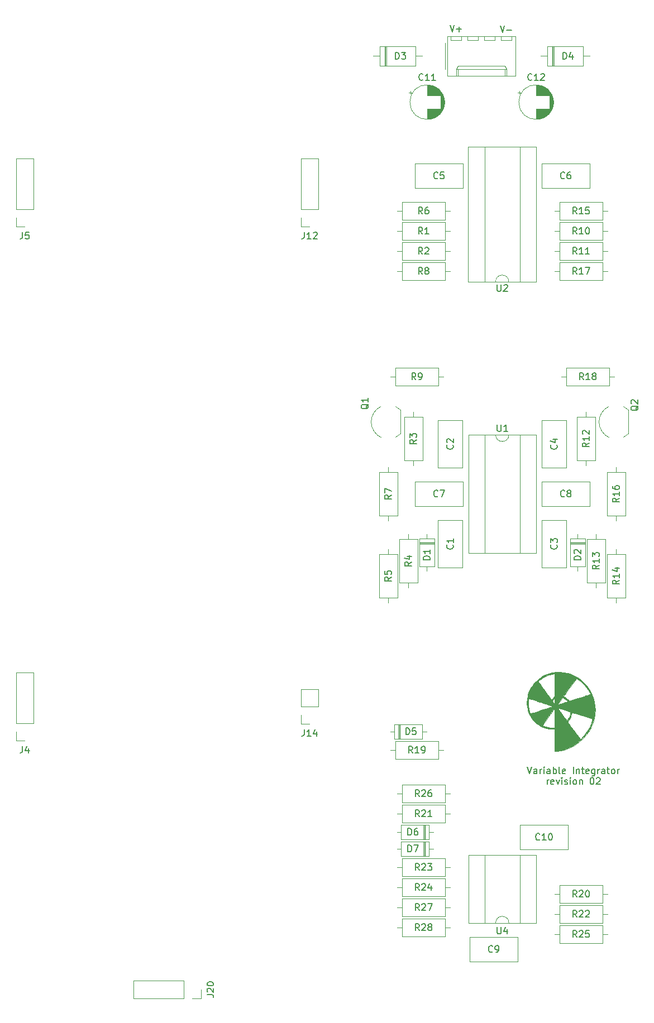
<source format=gto>
%TF.GenerationSoftware,KiCad,Pcbnew,(6.0.6-0)*%
%TF.CreationDate,2022-09-04T11:19:33+01:00*%
%TF.ProjectId,4u-variable-integrator,34752d76-6172-4696-9162-6c652d696e74,r02*%
%TF.SameCoordinates,Original*%
%TF.FileFunction,Legend,Top*%
%TF.FilePolarity,Positive*%
%FSLAX46Y46*%
G04 Gerber Fmt 4.6, Leading zero omitted, Abs format (unit mm)*
G04 Created by KiCad (PCBNEW (6.0.6-0)) date 2022-09-04 11:19:33*
%MOMM*%
%LPD*%
G01*
G04 APERTURE LIST*
%ADD10C,0.150000*%
%ADD11C,0.120000*%
%ADD12C,0.010000*%
G04 APERTURE END LIST*
D10*
X137168809Y-147872380D02*
X137502142Y-148872380D01*
X137835476Y-147872380D01*
X138597380Y-148872380D02*
X138597380Y-148348571D01*
X138549761Y-148253333D01*
X138454523Y-148205714D01*
X138264047Y-148205714D01*
X138168809Y-148253333D01*
X138597380Y-148824761D02*
X138502142Y-148872380D01*
X138264047Y-148872380D01*
X138168809Y-148824761D01*
X138121190Y-148729523D01*
X138121190Y-148634285D01*
X138168809Y-148539047D01*
X138264047Y-148491428D01*
X138502142Y-148491428D01*
X138597380Y-148443809D01*
X139073571Y-148872380D02*
X139073571Y-148205714D01*
X139073571Y-148396190D02*
X139121190Y-148300952D01*
X139168809Y-148253333D01*
X139264047Y-148205714D01*
X139359285Y-148205714D01*
X139692619Y-148872380D02*
X139692619Y-148205714D01*
X139692619Y-147872380D02*
X139645000Y-147920000D01*
X139692619Y-147967619D01*
X139740238Y-147920000D01*
X139692619Y-147872380D01*
X139692619Y-147967619D01*
X140597380Y-148872380D02*
X140597380Y-148348571D01*
X140549761Y-148253333D01*
X140454523Y-148205714D01*
X140264047Y-148205714D01*
X140168809Y-148253333D01*
X140597380Y-148824761D02*
X140502142Y-148872380D01*
X140264047Y-148872380D01*
X140168809Y-148824761D01*
X140121190Y-148729523D01*
X140121190Y-148634285D01*
X140168809Y-148539047D01*
X140264047Y-148491428D01*
X140502142Y-148491428D01*
X140597380Y-148443809D01*
X141073571Y-148872380D02*
X141073571Y-147872380D01*
X141073571Y-148253333D02*
X141168809Y-148205714D01*
X141359285Y-148205714D01*
X141454523Y-148253333D01*
X141502142Y-148300952D01*
X141549761Y-148396190D01*
X141549761Y-148681904D01*
X141502142Y-148777142D01*
X141454523Y-148824761D01*
X141359285Y-148872380D01*
X141168809Y-148872380D01*
X141073571Y-148824761D01*
X142121190Y-148872380D02*
X142025952Y-148824761D01*
X141978333Y-148729523D01*
X141978333Y-147872380D01*
X142883095Y-148824761D02*
X142787857Y-148872380D01*
X142597380Y-148872380D01*
X142502142Y-148824761D01*
X142454523Y-148729523D01*
X142454523Y-148348571D01*
X142502142Y-148253333D01*
X142597380Y-148205714D01*
X142787857Y-148205714D01*
X142883095Y-148253333D01*
X142930714Y-148348571D01*
X142930714Y-148443809D01*
X142454523Y-148539047D01*
X144121190Y-148872380D02*
X144121190Y-147872380D01*
X144597380Y-148205714D02*
X144597380Y-148872380D01*
X144597380Y-148300952D02*
X144645000Y-148253333D01*
X144740238Y-148205714D01*
X144883095Y-148205714D01*
X144978333Y-148253333D01*
X145025952Y-148348571D01*
X145025952Y-148872380D01*
X145359285Y-148205714D02*
X145740238Y-148205714D01*
X145502142Y-147872380D02*
X145502142Y-148729523D01*
X145549761Y-148824761D01*
X145645000Y-148872380D01*
X145740238Y-148872380D01*
X146454523Y-148824761D02*
X146359285Y-148872380D01*
X146168809Y-148872380D01*
X146073571Y-148824761D01*
X146025952Y-148729523D01*
X146025952Y-148348571D01*
X146073571Y-148253333D01*
X146168809Y-148205714D01*
X146359285Y-148205714D01*
X146454523Y-148253333D01*
X146502142Y-148348571D01*
X146502142Y-148443809D01*
X146025952Y-148539047D01*
X147359285Y-148205714D02*
X147359285Y-149015238D01*
X147311666Y-149110476D01*
X147264047Y-149158095D01*
X147168809Y-149205714D01*
X147025952Y-149205714D01*
X146930714Y-149158095D01*
X147359285Y-148824761D02*
X147264047Y-148872380D01*
X147073571Y-148872380D01*
X146978333Y-148824761D01*
X146930714Y-148777142D01*
X146883095Y-148681904D01*
X146883095Y-148396190D01*
X146930714Y-148300952D01*
X146978333Y-148253333D01*
X147073571Y-148205714D01*
X147264047Y-148205714D01*
X147359285Y-148253333D01*
X147835476Y-148872380D02*
X147835476Y-148205714D01*
X147835476Y-148396190D02*
X147883095Y-148300952D01*
X147930714Y-148253333D01*
X148025952Y-148205714D01*
X148121190Y-148205714D01*
X148883095Y-148872380D02*
X148883095Y-148348571D01*
X148835476Y-148253333D01*
X148740238Y-148205714D01*
X148549761Y-148205714D01*
X148454523Y-148253333D01*
X148883095Y-148824761D02*
X148787857Y-148872380D01*
X148549761Y-148872380D01*
X148454523Y-148824761D01*
X148406904Y-148729523D01*
X148406904Y-148634285D01*
X148454523Y-148539047D01*
X148549761Y-148491428D01*
X148787857Y-148491428D01*
X148883095Y-148443809D01*
X149216428Y-148205714D02*
X149597380Y-148205714D01*
X149359285Y-147872380D02*
X149359285Y-148729523D01*
X149406904Y-148824761D01*
X149502142Y-148872380D01*
X149597380Y-148872380D01*
X150073571Y-148872380D02*
X149978333Y-148824761D01*
X149930714Y-148777142D01*
X149883095Y-148681904D01*
X149883095Y-148396190D01*
X149930714Y-148300952D01*
X149978333Y-148253333D01*
X150073571Y-148205714D01*
X150216428Y-148205714D01*
X150311666Y-148253333D01*
X150359285Y-148300952D01*
X150406904Y-148396190D01*
X150406904Y-148681904D01*
X150359285Y-148777142D01*
X150311666Y-148824761D01*
X150216428Y-148872380D01*
X150073571Y-148872380D01*
X150835476Y-148872380D02*
X150835476Y-148205714D01*
X150835476Y-148396190D02*
X150883095Y-148300952D01*
X150930714Y-148253333D01*
X151025952Y-148205714D01*
X151121190Y-148205714D01*
X140145000Y-150482380D02*
X140145000Y-149815714D01*
X140145000Y-150006190D02*
X140192619Y-149910952D01*
X140240238Y-149863333D01*
X140335476Y-149815714D01*
X140430714Y-149815714D01*
X141145000Y-150434761D02*
X141049761Y-150482380D01*
X140859285Y-150482380D01*
X140764047Y-150434761D01*
X140716428Y-150339523D01*
X140716428Y-149958571D01*
X140764047Y-149863333D01*
X140859285Y-149815714D01*
X141049761Y-149815714D01*
X141145000Y-149863333D01*
X141192619Y-149958571D01*
X141192619Y-150053809D01*
X140716428Y-150149047D01*
X141525952Y-149815714D02*
X141764047Y-150482380D01*
X142002142Y-149815714D01*
X142383095Y-150482380D02*
X142383095Y-149815714D01*
X142383095Y-149482380D02*
X142335476Y-149530000D01*
X142383095Y-149577619D01*
X142430714Y-149530000D01*
X142383095Y-149482380D01*
X142383095Y-149577619D01*
X142811666Y-150434761D02*
X142906904Y-150482380D01*
X143097380Y-150482380D01*
X143192619Y-150434761D01*
X143240238Y-150339523D01*
X143240238Y-150291904D01*
X143192619Y-150196666D01*
X143097380Y-150149047D01*
X142954523Y-150149047D01*
X142859285Y-150101428D01*
X142811666Y-150006190D01*
X142811666Y-149958571D01*
X142859285Y-149863333D01*
X142954523Y-149815714D01*
X143097380Y-149815714D01*
X143192619Y-149863333D01*
X143668809Y-150482380D02*
X143668809Y-149815714D01*
X143668809Y-149482380D02*
X143621190Y-149530000D01*
X143668809Y-149577619D01*
X143716428Y-149530000D01*
X143668809Y-149482380D01*
X143668809Y-149577619D01*
X144287857Y-150482380D02*
X144192619Y-150434761D01*
X144145000Y-150387142D01*
X144097380Y-150291904D01*
X144097380Y-150006190D01*
X144145000Y-149910952D01*
X144192619Y-149863333D01*
X144287857Y-149815714D01*
X144430714Y-149815714D01*
X144525952Y-149863333D01*
X144573571Y-149910952D01*
X144621190Y-150006190D01*
X144621190Y-150291904D01*
X144573571Y-150387142D01*
X144525952Y-150434761D01*
X144430714Y-150482380D01*
X144287857Y-150482380D01*
X145049761Y-149815714D02*
X145049761Y-150482380D01*
X145049761Y-149910952D02*
X145097380Y-149863333D01*
X145192619Y-149815714D01*
X145335476Y-149815714D01*
X145430714Y-149863333D01*
X145478333Y-149958571D01*
X145478333Y-150482380D01*
X146906904Y-149482380D02*
X147002142Y-149482380D01*
X147097380Y-149530000D01*
X147145000Y-149577619D01*
X147192619Y-149672857D01*
X147240238Y-149863333D01*
X147240238Y-150101428D01*
X147192619Y-150291904D01*
X147145000Y-150387142D01*
X147097380Y-150434761D01*
X147002142Y-150482380D01*
X146906904Y-150482380D01*
X146811666Y-150434761D01*
X146764047Y-150387142D01*
X146716428Y-150291904D01*
X146668809Y-150101428D01*
X146668809Y-149863333D01*
X146716428Y-149672857D01*
X146764047Y-149577619D01*
X146811666Y-149530000D01*
X146906904Y-149482380D01*
X147621190Y-149577619D02*
X147668809Y-149530000D01*
X147764047Y-149482380D01*
X148002142Y-149482380D01*
X148097380Y-149530000D01*
X148145000Y-149577619D01*
X148192619Y-149672857D01*
X148192619Y-149768095D01*
X148145000Y-149910952D01*
X147573571Y-150482380D01*
X148192619Y-150482380D01*
%TO.C,R21*%
X120769142Y-155392380D02*
X120435809Y-154916190D01*
X120197714Y-155392380D02*
X120197714Y-154392380D01*
X120578666Y-154392380D01*
X120673904Y-154440000D01*
X120721523Y-154487619D01*
X120769142Y-154582857D01*
X120769142Y-154725714D01*
X120721523Y-154820952D01*
X120673904Y-154868571D01*
X120578666Y-154916190D01*
X120197714Y-154916190D01*
X121150095Y-154487619D02*
X121197714Y-154440000D01*
X121292952Y-154392380D01*
X121531047Y-154392380D01*
X121626285Y-154440000D01*
X121673904Y-154487619D01*
X121721523Y-154582857D01*
X121721523Y-154678095D01*
X121673904Y-154820952D01*
X121102476Y-155392380D01*
X121721523Y-155392380D01*
X122673904Y-155392380D02*
X122102476Y-155392380D01*
X122388190Y-155392380D02*
X122388190Y-154392380D01*
X122292952Y-154535238D01*
X122197714Y-154630476D01*
X122102476Y-154678095D01*
%TO.C,Q2*%
X153963619Y-93059238D02*
X153916000Y-93154476D01*
X153820761Y-93249714D01*
X153677904Y-93392571D01*
X153630285Y-93487809D01*
X153630285Y-93583047D01*
X153868380Y-93535428D02*
X153820761Y-93630666D01*
X153725523Y-93725904D01*
X153535047Y-93773523D01*
X153201714Y-93773523D01*
X153011238Y-93725904D01*
X152916000Y-93630666D01*
X152868380Y-93535428D01*
X152868380Y-93344952D01*
X152916000Y-93249714D01*
X153011238Y-93154476D01*
X153201714Y-93106857D01*
X153535047Y-93106857D01*
X153725523Y-93154476D01*
X153820761Y-93249714D01*
X153868380Y-93344952D01*
X153868380Y-93535428D01*
X152963619Y-92725904D02*
X152916000Y-92678285D01*
X152868380Y-92583047D01*
X152868380Y-92344952D01*
X152916000Y-92249714D01*
X152963619Y-92202095D01*
X153058857Y-92154476D01*
X153154095Y-92154476D01*
X153296952Y-92202095D01*
X153868380Y-92773523D01*
X153868380Y-92154476D01*
%TO.C,C5*%
X123571333Y-58523142D02*
X123523714Y-58570761D01*
X123380857Y-58618380D01*
X123285619Y-58618380D01*
X123142761Y-58570761D01*
X123047523Y-58475523D01*
X122999904Y-58380285D01*
X122952285Y-58189809D01*
X122952285Y-58046952D01*
X122999904Y-57856476D01*
X123047523Y-57761238D01*
X123142761Y-57666000D01*
X123285619Y-57618380D01*
X123380857Y-57618380D01*
X123523714Y-57666000D01*
X123571333Y-57713619D01*
X124476095Y-57618380D02*
X123999904Y-57618380D01*
X123952285Y-58094571D01*
X123999904Y-58046952D01*
X124095142Y-57999333D01*
X124333238Y-57999333D01*
X124428476Y-58046952D01*
X124476095Y-58094571D01*
X124523714Y-58189809D01*
X124523714Y-58427904D01*
X124476095Y-58523142D01*
X124428476Y-58570761D01*
X124333238Y-58618380D01*
X124095142Y-58618380D01*
X123999904Y-58570761D01*
X123952285Y-58523142D01*
%TO.C,R22*%
X144645142Y-170632380D02*
X144311809Y-170156190D01*
X144073714Y-170632380D02*
X144073714Y-169632380D01*
X144454666Y-169632380D01*
X144549904Y-169680000D01*
X144597523Y-169727619D01*
X144645142Y-169822857D01*
X144645142Y-169965714D01*
X144597523Y-170060952D01*
X144549904Y-170108571D01*
X144454666Y-170156190D01*
X144073714Y-170156190D01*
X145026095Y-169727619D02*
X145073714Y-169680000D01*
X145168952Y-169632380D01*
X145407047Y-169632380D01*
X145502285Y-169680000D01*
X145549904Y-169727619D01*
X145597523Y-169822857D01*
X145597523Y-169918095D01*
X145549904Y-170060952D01*
X144978476Y-170632380D01*
X145597523Y-170632380D01*
X145978476Y-169727619D02*
X146026095Y-169680000D01*
X146121333Y-169632380D01*
X146359428Y-169632380D01*
X146454666Y-169680000D01*
X146502285Y-169727619D01*
X146549904Y-169822857D01*
X146549904Y-169918095D01*
X146502285Y-170060952D01*
X145930857Y-170632380D01*
X146549904Y-170632380D01*
%TO.C,R11*%
X144645142Y-70048380D02*
X144311809Y-69572190D01*
X144073714Y-70048380D02*
X144073714Y-69048380D01*
X144454666Y-69048380D01*
X144549904Y-69096000D01*
X144597523Y-69143619D01*
X144645142Y-69238857D01*
X144645142Y-69381714D01*
X144597523Y-69476952D01*
X144549904Y-69524571D01*
X144454666Y-69572190D01*
X144073714Y-69572190D01*
X145597523Y-70048380D02*
X145026095Y-70048380D01*
X145311809Y-70048380D02*
X145311809Y-69048380D01*
X145216571Y-69191238D01*
X145121333Y-69286476D01*
X145026095Y-69334095D01*
X146549904Y-70048380D02*
X145978476Y-70048380D01*
X146264190Y-70048380D02*
X146264190Y-69048380D01*
X146168952Y-69191238D01*
X146073714Y-69286476D01*
X145978476Y-69334095D01*
%TO.C,J20*%
X88582380Y-182419523D02*
X89296666Y-182419523D01*
X89439523Y-182467142D01*
X89534761Y-182562380D01*
X89582380Y-182705238D01*
X89582380Y-182800476D01*
X88677619Y-181990952D02*
X88630000Y-181943333D01*
X88582380Y-181848095D01*
X88582380Y-181610000D01*
X88630000Y-181514761D01*
X88677619Y-181467142D01*
X88772857Y-181419523D01*
X88868095Y-181419523D01*
X89010952Y-181467142D01*
X89582380Y-182038571D01*
X89582380Y-181419523D01*
X88582380Y-180800476D02*
X88582380Y-180705238D01*
X88630000Y-180610000D01*
X88677619Y-180562380D01*
X88772857Y-180514761D01*
X88963333Y-180467142D01*
X89201428Y-180467142D01*
X89391904Y-180514761D01*
X89487142Y-180562380D01*
X89534761Y-180610000D01*
X89582380Y-180705238D01*
X89582380Y-180800476D01*
X89534761Y-180895714D01*
X89487142Y-180943333D01*
X89391904Y-180990952D01*
X89201428Y-181038571D01*
X88963333Y-181038571D01*
X88772857Y-180990952D01*
X88677619Y-180943333D01*
X88630000Y-180895714D01*
X88582380Y-180800476D01*
%TO.C,D5*%
X118743504Y-142946380D02*
X118743504Y-141946380D01*
X118981600Y-141946380D01*
X119124457Y-141994000D01*
X119219695Y-142089238D01*
X119267314Y-142184476D01*
X119314933Y-142374952D01*
X119314933Y-142517809D01*
X119267314Y-142708285D01*
X119219695Y-142803523D01*
X119124457Y-142898761D01*
X118981600Y-142946380D01*
X118743504Y-142946380D01*
X120219695Y-141946380D02*
X119743504Y-141946380D01*
X119695885Y-142422571D01*
X119743504Y-142374952D01*
X119838742Y-142327333D01*
X120076838Y-142327333D01*
X120172076Y-142374952D01*
X120219695Y-142422571D01*
X120267314Y-142517809D01*
X120267314Y-142755904D01*
X120219695Y-142851142D01*
X120172076Y-142898761D01*
X120076838Y-142946380D01*
X119838742Y-142946380D01*
X119743504Y-142898761D01*
X119695885Y-142851142D01*
%TO.C,R8*%
X121245333Y-73096380D02*
X120912000Y-72620190D01*
X120673904Y-73096380D02*
X120673904Y-72096380D01*
X121054857Y-72096380D01*
X121150095Y-72144000D01*
X121197714Y-72191619D01*
X121245333Y-72286857D01*
X121245333Y-72429714D01*
X121197714Y-72524952D01*
X121150095Y-72572571D01*
X121054857Y-72620190D01*
X120673904Y-72620190D01*
X121816761Y-72524952D02*
X121721523Y-72477333D01*
X121673904Y-72429714D01*
X121626285Y-72334476D01*
X121626285Y-72286857D01*
X121673904Y-72191619D01*
X121721523Y-72144000D01*
X121816761Y-72096380D01*
X122007238Y-72096380D01*
X122102476Y-72144000D01*
X122150095Y-72191619D01*
X122197714Y-72286857D01*
X122197714Y-72334476D01*
X122150095Y-72429714D01*
X122102476Y-72477333D01*
X122007238Y-72524952D01*
X121816761Y-72524952D01*
X121721523Y-72572571D01*
X121673904Y-72620190D01*
X121626285Y-72715428D01*
X121626285Y-72905904D01*
X121673904Y-73001142D01*
X121721523Y-73048761D01*
X121816761Y-73096380D01*
X122007238Y-73096380D01*
X122102476Y-73048761D01*
X122150095Y-73001142D01*
X122197714Y-72905904D01*
X122197714Y-72715428D01*
X122150095Y-72620190D01*
X122102476Y-72572571D01*
X122007238Y-72524952D01*
%TO.C,U2*%
X132578095Y-74680380D02*
X132578095Y-75489904D01*
X132625714Y-75585142D01*
X132673333Y-75632761D01*
X132768571Y-75680380D01*
X132959047Y-75680380D01*
X133054285Y-75632761D01*
X133101904Y-75585142D01*
X133149523Y-75489904D01*
X133149523Y-74680380D01*
X133578095Y-74775619D02*
X133625714Y-74728000D01*
X133720952Y-74680380D01*
X133959047Y-74680380D01*
X134054285Y-74728000D01*
X134101904Y-74775619D01*
X134149523Y-74870857D01*
X134149523Y-74966095D01*
X134101904Y-75108952D01*
X133530476Y-75680380D01*
X134149523Y-75680380D01*
%TO.C,J14*%
X103330476Y-142176380D02*
X103330476Y-142890666D01*
X103282857Y-143033523D01*
X103187619Y-143128761D01*
X103044761Y-143176380D01*
X102949523Y-143176380D01*
X104330476Y-143176380D02*
X103759047Y-143176380D01*
X104044761Y-143176380D02*
X104044761Y-142176380D01*
X103949523Y-142319238D01*
X103854285Y-142414476D01*
X103759047Y-142462095D01*
X105187619Y-142509714D02*
X105187619Y-143176380D01*
X104949523Y-142128761D02*
X104711428Y-142843047D01*
X105330476Y-142843047D01*
%TO.C,R6*%
X121245333Y-63952380D02*
X120912000Y-63476190D01*
X120673904Y-63952380D02*
X120673904Y-62952380D01*
X121054857Y-62952380D01*
X121150095Y-63000000D01*
X121197714Y-63047619D01*
X121245333Y-63142857D01*
X121245333Y-63285714D01*
X121197714Y-63380952D01*
X121150095Y-63428571D01*
X121054857Y-63476190D01*
X120673904Y-63476190D01*
X122102476Y-62952380D02*
X121912000Y-62952380D01*
X121816761Y-63000000D01*
X121769142Y-63047619D01*
X121673904Y-63190476D01*
X121626285Y-63380952D01*
X121626285Y-63761904D01*
X121673904Y-63857142D01*
X121721523Y-63904761D01*
X121816761Y-63952380D01*
X122007238Y-63952380D01*
X122102476Y-63904761D01*
X122150095Y-63857142D01*
X122197714Y-63761904D01*
X122197714Y-63523809D01*
X122150095Y-63428571D01*
X122102476Y-63380952D01*
X122007238Y-63333333D01*
X121816761Y-63333333D01*
X121721523Y-63380952D01*
X121673904Y-63428571D01*
X121626285Y-63523809D01*
%TO.C,C3*%
X141581142Y-114172666D02*
X141628761Y-114220285D01*
X141676380Y-114363142D01*
X141676380Y-114458380D01*
X141628761Y-114601238D01*
X141533523Y-114696476D01*
X141438285Y-114744095D01*
X141247809Y-114791714D01*
X141104952Y-114791714D01*
X140914476Y-114744095D01*
X140819238Y-114696476D01*
X140724000Y-114601238D01*
X140676380Y-114458380D01*
X140676380Y-114363142D01*
X140724000Y-114220285D01*
X140771619Y-114172666D01*
X140676380Y-113839333D02*
X140676380Y-113220285D01*
X141057333Y-113553619D01*
X141057333Y-113410761D01*
X141104952Y-113315523D01*
X141152571Y-113267904D01*
X141247809Y-113220285D01*
X141485904Y-113220285D01*
X141581142Y-113267904D01*
X141628761Y-113315523D01*
X141676380Y-113410761D01*
X141676380Y-113696476D01*
X141628761Y-113791714D01*
X141581142Y-113839333D01*
%TO.C,R19*%
X119753142Y-145740380D02*
X119419809Y-145264190D01*
X119181714Y-145740380D02*
X119181714Y-144740380D01*
X119562666Y-144740380D01*
X119657904Y-144788000D01*
X119705523Y-144835619D01*
X119753142Y-144930857D01*
X119753142Y-145073714D01*
X119705523Y-145168952D01*
X119657904Y-145216571D01*
X119562666Y-145264190D01*
X119181714Y-145264190D01*
X120705523Y-145740380D02*
X120134095Y-145740380D01*
X120419809Y-145740380D02*
X120419809Y-144740380D01*
X120324571Y-144883238D01*
X120229333Y-144978476D01*
X120134095Y-145026095D01*
X121181714Y-145740380D02*
X121372190Y-145740380D01*
X121467428Y-145692761D01*
X121515047Y-145645142D01*
X121610285Y-145502285D01*
X121657904Y-145311809D01*
X121657904Y-144930857D01*
X121610285Y-144835619D01*
X121562666Y-144788000D01*
X121467428Y-144740380D01*
X121276952Y-144740380D01*
X121181714Y-144788000D01*
X121134095Y-144835619D01*
X121086476Y-144930857D01*
X121086476Y-145168952D01*
X121134095Y-145264190D01*
X121181714Y-145311809D01*
X121276952Y-145359428D01*
X121467428Y-145359428D01*
X121562666Y-145311809D01*
X121610285Y-145264190D01*
X121657904Y-145168952D01*
%TO.C,D4*%
X142568704Y-40457380D02*
X142568704Y-39457380D01*
X142806800Y-39457380D01*
X142949657Y-39505000D01*
X143044895Y-39600238D01*
X143092514Y-39695476D01*
X143140133Y-39885952D01*
X143140133Y-40028809D01*
X143092514Y-40219285D01*
X143044895Y-40314523D01*
X142949657Y-40409761D01*
X142806800Y-40457380D01*
X142568704Y-40457380D01*
X143997276Y-39790714D02*
X143997276Y-40457380D01*
X143759180Y-39409761D02*
X143521085Y-40124047D01*
X144140133Y-40124047D01*
%TO.C,R4*%
X119578380Y-116752666D02*
X119102190Y-117086000D01*
X119578380Y-117324095D02*
X118578380Y-117324095D01*
X118578380Y-116943142D01*
X118626000Y-116847904D01*
X118673619Y-116800285D01*
X118768857Y-116752666D01*
X118911714Y-116752666D01*
X119006952Y-116800285D01*
X119054571Y-116847904D01*
X119102190Y-116943142D01*
X119102190Y-117324095D01*
X118911714Y-115895523D02*
X119578380Y-115895523D01*
X118530761Y-116133619D02*
X119245047Y-116371714D01*
X119245047Y-115752666D01*
%TO.C,R10*%
X144645142Y-67000380D02*
X144311809Y-66524190D01*
X144073714Y-67000380D02*
X144073714Y-66000380D01*
X144454666Y-66000380D01*
X144549904Y-66048000D01*
X144597523Y-66095619D01*
X144645142Y-66190857D01*
X144645142Y-66333714D01*
X144597523Y-66428952D01*
X144549904Y-66476571D01*
X144454666Y-66524190D01*
X144073714Y-66524190D01*
X145597523Y-67000380D02*
X145026095Y-67000380D01*
X145311809Y-67000380D02*
X145311809Y-66000380D01*
X145216571Y-66143238D01*
X145121333Y-66238476D01*
X145026095Y-66286095D01*
X146216571Y-66000380D02*
X146311809Y-66000380D01*
X146407047Y-66048000D01*
X146454666Y-66095619D01*
X146502285Y-66190857D01*
X146549904Y-66381333D01*
X146549904Y-66619428D01*
X146502285Y-66809904D01*
X146454666Y-66905142D01*
X146407047Y-66952761D01*
X146311809Y-67000380D01*
X146216571Y-67000380D01*
X146121333Y-66952761D01*
X146073714Y-66905142D01*
X146026095Y-66809904D01*
X145978476Y-66619428D01*
X145978476Y-66381333D01*
X146026095Y-66190857D01*
X146073714Y-66095619D01*
X146121333Y-66048000D01*
X146216571Y-66000380D01*
%TO.C,R1*%
X121245333Y-67000380D02*
X120912000Y-66524190D01*
X120673904Y-67000380D02*
X120673904Y-66000380D01*
X121054857Y-66000380D01*
X121150095Y-66048000D01*
X121197714Y-66095619D01*
X121245333Y-66190857D01*
X121245333Y-66333714D01*
X121197714Y-66428952D01*
X121150095Y-66476571D01*
X121054857Y-66524190D01*
X120673904Y-66524190D01*
X122197714Y-67000380D02*
X121626285Y-67000380D01*
X121912000Y-67000380D02*
X121912000Y-66000380D01*
X121816761Y-66143238D01*
X121721523Y-66238476D01*
X121626285Y-66286095D01*
%TO.C,R14*%
X151074380Y-119514857D02*
X150598190Y-119848190D01*
X151074380Y-120086285D02*
X150074380Y-120086285D01*
X150074380Y-119705333D01*
X150122000Y-119610095D01*
X150169619Y-119562476D01*
X150264857Y-119514857D01*
X150407714Y-119514857D01*
X150502952Y-119562476D01*
X150550571Y-119610095D01*
X150598190Y-119705333D01*
X150598190Y-120086285D01*
X151074380Y-118562476D02*
X151074380Y-119133904D01*
X151074380Y-118848190D02*
X150074380Y-118848190D01*
X150217238Y-118943428D01*
X150312476Y-119038666D01*
X150360095Y-119133904D01*
X150407714Y-117705333D02*
X151074380Y-117705333D01*
X150026761Y-117943428D02*
X150741047Y-118181523D01*
X150741047Y-117562476D01*
%TO.C,D3*%
X117168704Y-40457380D02*
X117168704Y-39457380D01*
X117406800Y-39457380D01*
X117549657Y-39505000D01*
X117644895Y-39600238D01*
X117692514Y-39695476D01*
X117740133Y-39885952D01*
X117740133Y-40028809D01*
X117692514Y-40219285D01*
X117644895Y-40314523D01*
X117549657Y-40409761D01*
X117406800Y-40457380D01*
X117168704Y-40457380D01*
X118073466Y-39457380D02*
X118692514Y-39457380D01*
X118359180Y-39838333D01*
X118502038Y-39838333D01*
X118597276Y-39885952D01*
X118644895Y-39933571D01*
X118692514Y-40028809D01*
X118692514Y-40266904D01*
X118644895Y-40362142D01*
X118597276Y-40409761D01*
X118502038Y-40457380D01*
X118216323Y-40457380D01*
X118121085Y-40409761D01*
X118073466Y-40362142D01*
%TO.C,U4*%
X132588095Y-172172380D02*
X132588095Y-172981904D01*
X132635714Y-173077142D01*
X132683333Y-173124761D01*
X132778571Y-173172380D01*
X132969047Y-173172380D01*
X133064285Y-173124761D01*
X133111904Y-173077142D01*
X133159523Y-172981904D01*
X133159523Y-172172380D01*
X134064285Y-172505714D02*
X134064285Y-173172380D01*
X133826190Y-172124761D02*
X133588095Y-172839047D01*
X134207142Y-172839047D01*
%TO.C,R18*%
X145661142Y-89098380D02*
X145327809Y-88622190D01*
X145089714Y-89098380D02*
X145089714Y-88098380D01*
X145470666Y-88098380D01*
X145565904Y-88146000D01*
X145613523Y-88193619D01*
X145661142Y-88288857D01*
X145661142Y-88431714D01*
X145613523Y-88526952D01*
X145565904Y-88574571D01*
X145470666Y-88622190D01*
X145089714Y-88622190D01*
X146613523Y-89098380D02*
X146042095Y-89098380D01*
X146327809Y-89098380D02*
X146327809Y-88098380D01*
X146232571Y-88241238D01*
X146137333Y-88336476D01*
X146042095Y-88384095D01*
X147184952Y-88526952D02*
X147089714Y-88479333D01*
X147042095Y-88431714D01*
X146994476Y-88336476D01*
X146994476Y-88288857D01*
X147042095Y-88193619D01*
X147089714Y-88146000D01*
X147184952Y-88098380D01*
X147375428Y-88098380D01*
X147470666Y-88146000D01*
X147518285Y-88193619D01*
X147565904Y-88288857D01*
X147565904Y-88336476D01*
X147518285Y-88431714D01*
X147470666Y-88479333D01*
X147375428Y-88526952D01*
X147184952Y-88526952D01*
X147089714Y-88574571D01*
X147042095Y-88622190D01*
X146994476Y-88717428D01*
X146994476Y-88907904D01*
X147042095Y-89003142D01*
X147089714Y-89050761D01*
X147184952Y-89098380D01*
X147375428Y-89098380D01*
X147470666Y-89050761D01*
X147518285Y-89003142D01*
X147565904Y-88907904D01*
X147565904Y-88717428D01*
X147518285Y-88622190D01*
X147470666Y-88574571D01*
X147375428Y-88526952D01*
%TO.C,D1*%
X122372380Y-116409695D02*
X121372380Y-116409695D01*
X121372380Y-116171600D01*
X121420000Y-116028742D01*
X121515238Y-115933504D01*
X121610476Y-115885885D01*
X121800952Y-115838266D01*
X121943809Y-115838266D01*
X122134285Y-115885885D01*
X122229523Y-115933504D01*
X122324761Y-116028742D01*
X122372380Y-116171600D01*
X122372380Y-116409695D01*
X122372380Y-114885885D02*
X122372380Y-115457314D01*
X122372380Y-115171600D02*
X121372380Y-115171600D01*
X121515238Y-115266838D01*
X121610476Y-115362076D01*
X121658095Y-115457314D01*
%TO.C,R15*%
X144645142Y-63952380D02*
X144311809Y-63476190D01*
X144073714Y-63952380D02*
X144073714Y-62952380D01*
X144454666Y-62952380D01*
X144549904Y-63000000D01*
X144597523Y-63047619D01*
X144645142Y-63142857D01*
X144645142Y-63285714D01*
X144597523Y-63380952D01*
X144549904Y-63428571D01*
X144454666Y-63476190D01*
X144073714Y-63476190D01*
X145597523Y-63952380D02*
X145026095Y-63952380D01*
X145311809Y-63952380D02*
X145311809Y-62952380D01*
X145216571Y-63095238D01*
X145121333Y-63190476D01*
X145026095Y-63238095D01*
X146502285Y-62952380D02*
X146026095Y-62952380D01*
X145978476Y-63428571D01*
X146026095Y-63380952D01*
X146121333Y-63333333D01*
X146359428Y-63333333D01*
X146454666Y-63380952D01*
X146502285Y-63428571D01*
X146549904Y-63523809D01*
X146549904Y-63761904D01*
X146502285Y-63857142D01*
X146454666Y-63904761D01*
X146359428Y-63952380D01*
X146121333Y-63952380D01*
X146026095Y-63904761D01*
X145978476Y-63857142D01*
%TO.C,R2*%
X121245333Y-70048380D02*
X120912000Y-69572190D01*
X120673904Y-70048380D02*
X120673904Y-69048380D01*
X121054857Y-69048380D01*
X121150095Y-69096000D01*
X121197714Y-69143619D01*
X121245333Y-69238857D01*
X121245333Y-69381714D01*
X121197714Y-69476952D01*
X121150095Y-69524571D01*
X121054857Y-69572190D01*
X120673904Y-69572190D01*
X121626285Y-69143619D02*
X121673904Y-69096000D01*
X121769142Y-69048380D01*
X122007238Y-69048380D01*
X122102476Y-69096000D01*
X122150095Y-69143619D01*
X122197714Y-69238857D01*
X122197714Y-69334095D01*
X122150095Y-69476952D01*
X121578666Y-70048380D01*
X122197714Y-70048380D01*
%TO.C,C10*%
X139017142Y-158853142D02*
X138969523Y-158900761D01*
X138826666Y-158948380D01*
X138731428Y-158948380D01*
X138588571Y-158900761D01*
X138493333Y-158805523D01*
X138445714Y-158710285D01*
X138398095Y-158519809D01*
X138398095Y-158376952D01*
X138445714Y-158186476D01*
X138493333Y-158091238D01*
X138588571Y-157996000D01*
X138731428Y-157948380D01*
X138826666Y-157948380D01*
X138969523Y-157996000D01*
X139017142Y-158043619D01*
X139969523Y-158948380D02*
X139398095Y-158948380D01*
X139683809Y-158948380D02*
X139683809Y-157948380D01*
X139588571Y-158091238D01*
X139493333Y-158186476D01*
X139398095Y-158234095D01*
X140588571Y-157948380D02*
X140683809Y-157948380D01*
X140779047Y-157996000D01*
X140826666Y-158043619D01*
X140874285Y-158138857D01*
X140921904Y-158329333D01*
X140921904Y-158567428D01*
X140874285Y-158757904D01*
X140826666Y-158853142D01*
X140779047Y-158900761D01*
X140683809Y-158948380D01*
X140588571Y-158948380D01*
X140493333Y-158900761D01*
X140445714Y-158853142D01*
X140398095Y-158757904D01*
X140350476Y-158567428D01*
X140350476Y-158329333D01*
X140398095Y-158138857D01*
X140445714Y-158043619D01*
X140493333Y-157996000D01*
X140588571Y-157948380D01*
%TO.C,C12*%
X137832030Y-43597142D02*
X137784411Y-43644761D01*
X137641554Y-43692380D01*
X137546316Y-43692380D01*
X137403459Y-43644761D01*
X137308221Y-43549523D01*
X137260602Y-43454285D01*
X137212983Y-43263809D01*
X137212983Y-43120952D01*
X137260602Y-42930476D01*
X137308221Y-42835238D01*
X137403459Y-42740000D01*
X137546316Y-42692380D01*
X137641554Y-42692380D01*
X137784411Y-42740000D01*
X137832030Y-42787619D01*
X138784411Y-43692380D02*
X138212983Y-43692380D01*
X138498697Y-43692380D02*
X138498697Y-42692380D01*
X138403459Y-42835238D01*
X138308221Y-42930476D01*
X138212983Y-42978095D01*
X139165364Y-42787619D02*
X139212983Y-42740000D01*
X139308221Y-42692380D01*
X139546316Y-42692380D01*
X139641554Y-42740000D01*
X139689173Y-42787619D01*
X139736792Y-42882857D01*
X139736792Y-42978095D01*
X139689173Y-43120952D01*
X139117745Y-43692380D01*
X139736792Y-43692380D01*
%TO.C,R28*%
X120769142Y-172664380D02*
X120435809Y-172188190D01*
X120197714Y-172664380D02*
X120197714Y-171664380D01*
X120578666Y-171664380D01*
X120673904Y-171712000D01*
X120721523Y-171759619D01*
X120769142Y-171854857D01*
X120769142Y-171997714D01*
X120721523Y-172092952D01*
X120673904Y-172140571D01*
X120578666Y-172188190D01*
X120197714Y-172188190D01*
X121150095Y-171759619D02*
X121197714Y-171712000D01*
X121292952Y-171664380D01*
X121531047Y-171664380D01*
X121626285Y-171712000D01*
X121673904Y-171759619D01*
X121721523Y-171854857D01*
X121721523Y-171950095D01*
X121673904Y-172092952D01*
X121102476Y-172664380D01*
X121721523Y-172664380D01*
X122292952Y-172092952D02*
X122197714Y-172045333D01*
X122150095Y-171997714D01*
X122102476Y-171902476D01*
X122102476Y-171854857D01*
X122150095Y-171759619D01*
X122197714Y-171712000D01*
X122292952Y-171664380D01*
X122483428Y-171664380D01*
X122578666Y-171712000D01*
X122626285Y-171759619D01*
X122673904Y-171854857D01*
X122673904Y-171902476D01*
X122626285Y-171997714D01*
X122578666Y-172045333D01*
X122483428Y-172092952D01*
X122292952Y-172092952D01*
X122197714Y-172140571D01*
X122150095Y-172188190D01*
X122102476Y-172283428D01*
X122102476Y-172473904D01*
X122150095Y-172569142D01*
X122197714Y-172616761D01*
X122292952Y-172664380D01*
X122483428Y-172664380D01*
X122578666Y-172616761D01*
X122626285Y-172569142D01*
X122673904Y-172473904D01*
X122673904Y-172283428D01*
X122626285Y-172188190D01*
X122578666Y-172140571D01*
X122483428Y-172092952D01*
%TO.C,R5*%
X116530380Y-119038666D02*
X116054190Y-119372000D01*
X116530380Y-119610095D02*
X115530380Y-119610095D01*
X115530380Y-119229142D01*
X115578000Y-119133904D01*
X115625619Y-119086285D01*
X115720857Y-119038666D01*
X115863714Y-119038666D01*
X115958952Y-119086285D01*
X116006571Y-119133904D01*
X116054190Y-119229142D01*
X116054190Y-119610095D01*
X115530380Y-118133904D02*
X115530380Y-118610095D01*
X116006571Y-118657714D01*
X115958952Y-118610095D01*
X115911333Y-118514857D01*
X115911333Y-118276761D01*
X115958952Y-118181523D01*
X116006571Y-118133904D01*
X116101809Y-118086285D01*
X116339904Y-118086285D01*
X116435142Y-118133904D01*
X116482761Y-118181523D01*
X116530380Y-118276761D01*
X116530380Y-118514857D01*
X116482761Y-118610095D01*
X116435142Y-118657714D01*
%TO.C,R12*%
X146502380Y-98686857D02*
X146026190Y-99020190D01*
X146502380Y-99258285D02*
X145502380Y-99258285D01*
X145502380Y-98877333D01*
X145550000Y-98782095D01*
X145597619Y-98734476D01*
X145692857Y-98686857D01*
X145835714Y-98686857D01*
X145930952Y-98734476D01*
X145978571Y-98782095D01*
X146026190Y-98877333D01*
X146026190Y-99258285D01*
X146502380Y-97734476D02*
X146502380Y-98305904D01*
X146502380Y-98020190D02*
X145502380Y-98020190D01*
X145645238Y-98115428D01*
X145740476Y-98210666D01*
X145788095Y-98305904D01*
X145597619Y-97353523D02*
X145550000Y-97305904D01*
X145502380Y-97210666D01*
X145502380Y-96972571D01*
X145550000Y-96877333D01*
X145597619Y-96829714D01*
X145692857Y-96782095D01*
X145788095Y-96782095D01*
X145930952Y-96829714D01*
X146502380Y-97401142D01*
X146502380Y-96782095D01*
%TO.C,C9*%
X131873333Y-175871142D02*
X131825714Y-175918761D01*
X131682857Y-175966380D01*
X131587619Y-175966380D01*
X131444761Y-175918761D01*
X131349523Y-175823523D01*
X131301904Y-175728285D01*
X131254285Y-175537809D01*
X131254285Y-175394952D01*
X131301904Y-175204476D01*
X131349523Y-175109238D01*
X131444761Y-175014000D01*
X131587619Y-174966380D01*
X131682857Y-174966380D01*
X131825714Y-175014000D01*
X131873333Y-175061619D01*
X132349523Y-175966380D02*
X132540000Y-175966380D01*
X132635238Y-175918761D01*
X132682857Y-175871142D01*
X132778095Y-175728285D01*
X132825714Y-175537809D01*
X132825714Y-175156857D01*
X132778095Y-175061619D01*
X132730476Y-175014000D01*
X132635238Y-174966380D01*
X132444761Y-174966380D01*
X132349523Y-175014000D01*
X132301904Y-175061619D01*
X132254285Y-175156857D01*
X132254285Y-175394952D01*
X132301904Y-175490190D01*
X132349523Y-175537809D01*
X132444761Y-175585428D01*
X132635238Y-175585428D01*
X132730476Y-175537809D01*
X132778095Y-175490190D01*
X132825714Y-175394952D01*
%TO.C,C8*%
X142795333Y-106783142D02*
X142747714Y-106830761D01*
X142604857Y-106878380D01*
X142509619Y-106878380D01*
X142366761Y-106830761D01*
X142271523Y-106735523D01*
X142223904Y-106640285D01*
X142176285Y-106449809D01*
X142176285Y-106306952D01*
X142223904Y-106116476D01*
X142271523Y-106021238D01*
X142366761Y-105926000D01*
X142509619Y-105878380D01*
X142604857Y-105878380D01*
X142747714Y-105926000D01*
X142795333Y-105973619D01*
X143366761Y-106306952D02*
X143271523Y-106259333D01*
X143223904Y-106211714D01*
X143176285Y-106116476D01*
X143176285Y-106068857D01*
X143223904Y-105973619D01*
X143271523Y-105926000D01*
X143366761Y-105878380D01*
X143557238Y-105878380D01*
X143652476Y-105926000D01*
X143700095Y-105973619D01*
X143747714Y-106068857D01*
X143747714Y-106116476D01*
X143700095Y-106211714D01*
X143652476Y-106259333D01*
X143557238Y-106306952D01*
X143366761Y-106306952D01*
X143271523Y-106354571D01*
X143223904Y-106402190D01*
X143176285Y-106497428D01*
X143176285Y-106687904D01*
X143223904Y-106783142D01*
X143271523Y-106830761D01*
X143366761Y-106878380D01*
X143557238Y-106878380D01*
X143652476Y-106830761D01*
X143700095Y-106783142D01*
X143747714Y-106687904D01*
X143747714Y-106497428D01*
X143700095Y-106402190D01*
X143652476Y-106354571D01*
X143557238Y-106306952D01*
%TO.C,J12*%
X103330476Y-66738380D02*
X103330476Y-67452666D01*
X103282857Y-67595523D01*
X103187619Y-67690761D01*
X103044761Y-67738380D01*
X102949523Y-67738380D01*
X104330476Y-67738380D02*
X103759047Y-67738380D01*
X104044761Y-67738380D02*
X104044761Y-66738380D01*
X103949523Y-66881238D01*
X103854285Y-66976476D01*
X103759047Y-67024095D01*
X104711428Y-66833619D02*
X104759047Y-66786000D01*
X104854285Y-66738380D01*
X105092380Y-66738380D01*
X105187619Y-66786000D01*
X105235238Y-66833619D01*
X105282857Y-66928857D01*
X105282857Y-67024095D01*
X105235238Y-67166952D01*
X104663809Y-67738380D01*
X105282857Y-67738380D01*
%TO.C,R7*%
X116530380Y-106592666D02*
X116054190Y-106926000D01*
X116530380Y-107164095D02*
X115530380Y-107164095D01*
X115530380Y-106783142D01*
X115578000Y-106687904D01*
X115625619Y-106640285D01*
X115720857Y-106592666D01*
X115863714Y-106592666D01*
X115958952Y-106640285D01*
X116006571Y-106687904D01*
X116054190Y-106783142D01*
X116054190Y-107164095D01*
X115530380Y-106259333D02*
X115530380Y-105592666D01*
X116530380Y-106021238D01*
%TO.C,J17*%
X125412619Y-35286370D02*
X125745952Y-36286370D01*
X126079285Y-35286370D01*
X126412619Y-35905418D02*
X127174523Y-35905418D01*
X126793571Y-36286370D02*
X126793571Y-35524466D01*
X133032619Y-35413370D02*
X133365952Y-36413370D01*
X133699285Y-35413370D01*
X134032619Y-36032418D02*
X134794523Y-36032418D01*
%TO.C,R17*%
X144645142Y-73096380D02*
X144311809Y-72620190D01*
X144073714Y-73096380D02*
X144073714Y-72096380D01*
X144454666Y-72096380D01*
X144549904Y-72144000D01*
X144597523Y-72191619D01*
X144645142Y-72286857D01*
X144645142Y-72429714D01*
X144597523Y-72524952D01*
X144549904Y-72572571D01*
X144454666Y-72620190D01*
X144073714Y-72620190D01*
X145597523Y-73096380D02*
X145026095Y-73096380D01*
X145311809Y-73096380D02*
X145311809Y-72096380D01*
X145216571Y-72239238D01*
X145121333Y-72334476D01*
X145026095Y-72382095D01*
X145930857Y-72096380D02*
X146597523Y-72096380D01*
X146168952Y-73096380D01*
%TO.C,R23*%
X120769142Y-163520380D02*
X120435809Y-163044190D01*
X120197714Y-163520380D02*
X120197714Y-162520380D01*
X120578666Y-162520380D01*
X120673904Y-162568000D01*
X120721523Y-162615619D01*
X120769142Y-162710857D01*
X120769142Y-162853714D01*
X120721523Y-162948952D01*
X120673904Y-162996571D01*
X120578666Y-163044190D01*
X120197714Y-163044190D01*
X121150095Y-162615619D02*
X121197714Y-162568000D01*
X121292952Y-162520380D01*
X121531047Y-162520380D01*
X121626285Y-162568000D01*
X121673904Y-162615619D01*
X121721523Y-162710857D01*
X121721523Y-162806095D01*
X121673904Y-162948952D01*
X121102476Y-163520380D01*
X121721523Y-163520380D01*
X122054857Y-162520380D02*
X122673904Y-162520380D01*
X122340571Y-162901333D01*
X122483428Y-162901333D01*
X122578666Y-162948952D01*
X122626285Y-162996571D01*
X122673904Y-163091809D01*
X122673904Y-163329904D01*
X122626285Y-163425142D01*
X122578666Y-163472761D01*
X122483428Y-163520380D01*
X122197714Y-163520380D01*
X122102476Y-163472761D01*
X122054857Y-163425142D01*
%TO.C,R13*%
X148026380Y-117228857D02*
X147550190Y-117562190D01*
X148026380Y-117800285D02*
X147026380Y-117800285D01*
X147026380Y-117419333D01*
X147074000Y-117324095D01*
X147121619Y-117276476D01*
X147216857Y-117228857D01*
X147359714Y-117228857D01*
X147454952Y-117276476D01*
X147502571Y-117324095D01*
X147550190Y-117419333D01*
X147550190Y-117800285D01*
X148026380Y-116276476D02*
X148026380Y-116847904D01*
X148026380Y-116562190D02*
X147026380Y-116562190D01*
X147169238Y-116657428D01*
X147264476Y-116752666D01*
X147312095Y-116847904D01*
X147026380Y-115943142D02*
X147026380Y-115324095D01*
X147407333Y-115657428D01*
X147407333Y-115514571D01*
X147454952Y-115419333D01*
X147502571Y-115371714D01*
X147597809Y-115324095D01*
X147835904Y-115324095D01*
X147931142Y-115371714D01*
X147978761Y-115419333D01*
X148026380Y-115514571D01*
X148026380Y-115800285D01*
X147978761Y-115895523D01*
X147931142Y-115943142D01*
%TO.C,C7*%
X123571333Y-106783142D02*
X123523714Y-106830761D01*
X123380857Y-106878380D01*
X123285619Y-106878380D01*
X123142761Y-106830761D01*
X123047523Y-106735523D01*
X122999904Y-106640285D01*
X122952285Y-106449809D01*
X122952285Y-106306952D01*
X122999904Y-106116476D01*
X123047523Y-106021238D01*
X123142761Y-105926000D01*
X123285619Y-105878380D01*
X123380857Y-105878380D01*
X123523714Y-105926000D01*
X123571333Y-105973619D01*
X123904666Y-105878380D02*
X124571333Y-105878380D01*
X124142761Y-106878380D01*
%TO.C,R20*%
X144645142Y-167584380D02*
X144311809Y-167108190D01*
X144073714Y-167584380D02*
X144073714Y-166584380D01*
X144454666Y-166584380D01*
X144549904Y-166632000D01*
X144597523Y-166679619D01*
X144645142Y-166774857D01*
X144645142Y-166917714D01*
X144597523Y-167012952D01*
X144549904Y-167060571D01*
X144454666Y-167108190D01*
X144073714Y-167108190D01*
X145026095Y-166679619D02*
X145073714Y-166632000D01*
X145168952Y-166584380D01*
X145407047Y-166584380D01*
X145502285Y-166632000D01*
X145549904Y-166679619D01*
X145597523Y-166774857D01*
X145597523Y-166870095D01*
X145549904Y-167012952D01*
X144978476Y-167584380D01*
X145597523Y-167584380D01*
X146216571Y-166584380D02*
X146311809Y-166584380D01*
X146407047Y-166632000D01*
X146454666Y-166679619D01*
X146502285Y-166774857D01*
X146549904Y-166965333D01*
X146549904Y-167203428D01*
X146502285Y-167393904D01*
X146454666Y-167489142D01*
X146407047Y-167536761D01*
X146311809Y-167584380D01*
X146216571Y-167584380D01*
X146121333Y-167536761D01*
X146073714Y-167489142D01*
X146026095Y-167393904D01*
X145978476Y-167203428D01*
X145978476Y-166965333D01*
X146026095Y-166774857D01*
X146073714Y-166679619D01*
X146121333Y-166632000D01*
X146216571Y-166584380D01*
%TO.C,C2*%
X125833142Y-99012666D02*
X125880761Y-99060285D01*
X125928380Y-99203142D01*
X125928380Y-99298380D01*
X125880761Y-99441238D01*
X125785523Y-99536476D01*
X125690285Y-99584095D01*
X125499809Y-99631714D01*
X125356952Y-99631714D01*
X125166476Y-99584095D01*
X125071238Y-99536476D01*
X124976000Y-99441238D01*
X124928380Y-99298380D01*
X124928380Y-99203142D01*
X124976000Y-99060285D01*
X125023619Y-99012666D01*
X125023619Y-98631714D02*
X124976000Y-98584095D01*
X124928380Y-98488857D01*
X124928380Y-98250761D01*
X124976000Y-98155523D01*
X125023619Y-98107904D01*
X125118857Y-98060285D01*
X125214095Y-98060285D01*
X125356952Y-98107904D01*
X125928380Y-98679333D01*
X125928380Y-98060285D01*
%TO.C,R26*%
X120769142Y-152344380D02*
X120435809Y-151868190D01*
X120197714Y-152344380D02*
X120197714Y-151344380D01*
X120578666Y-151344380D01*
X120673904Y-151392000D01*
X120721523Y-151439619D01*
X120769142Y-151534857D01*
X120769142Y-151677714D01*
X120721523Y-151772952D01*
X120673904Y-151820571D01*
X120578666Y-151868190D01*
X120197714Y-151868190D01*
X121150095Y-151439619D02*
X121197714Y-151392000D01*
X121292952Y-151344380D01*
X121531047Y-151344380D01*
X121626285Y-151392000D01*
X121673904Y-151439619D01*
X121721523Y-151534857D01*
X121721523Y-151630095D01*
X121673904Y-151772952D01*
X121102476Y-152344380D01*
X121721523Y-152344380D01*
X122578666Y-151344380D02*
X122388190Y-151344380D01*
X122292952Y-151392000D01*
X122245333Y-151439619D01*
X122150095Y-151582476D01*
X122102476Y-151772952D01*
X122102476Y-152153904D01*
X122150095Y-152249142D01*
X122197714Y-152296761D01*
X122292952Y-152344380D01*
X122483428Y-152344380D01*
X122578666Y-152296761D01*
X122626285Y-152249142D01*
X122673904Y-152153904D01*
X122673904Y-151915809D01*
X122626285Y-151820571D01*
X122578666Y-151772952D01*
X122483428Y-151725333D01*
X122292952Y-151725333D01*
X122197714Y-151772952D01*
X122150095Y-151820571D01*
X122102476Y-151915809D01*
%TO.C,J4*%
X60626666Y-144716380D02*
X60626666Y-145430666D01*
X60579047Y-145573523D01*
X60483809Y-145668761D01*
X60340952Y-145716380D01*
X60245714Y-145716380D01*
X61531428Y-145049714D02*
X61531428Y-145716380D01*
X61293333Y-144668761D02*
X61055238Y-145383047D01*
X61674285Y-145383047D01*
%TO.C,C6*%
X142795333Y-58523142D02*
X142747714Y-58570761D01*
X142604857Y-58618380D01*
X142509619Y-58618380D01*
X142366761Y-58570761D01*
X142271523Y-58475523D01*
X142223904Y-58380285D01*
X142176285Y-58189809D01*
X142176285Y-58046952D01*
X142223904Y-57856476D01*
X142271523Y-57761238D01*
X142366761Y-57666000D01*
X142509619Y-57618380D01*
X142604857Y-57618380D01*
X142747714Y-57666000D01*
X142795333Y-57713619D01*
X143652476Y-57618380D02*
X143462000Y-57618380D01*
X143366761Y-57666000D01*
X143319142Y-57713619D01*
X143223904Y-57856476D01*
X143176285Y-58046952D01*
X143176285Y-58427904D01*
X143223904Y-58523142D01*
X143271523Y-58570761D01*
X143366761Y-58618380D01*
X143557238Y-58618380D01*
X143652476Y-58570761D01*
X143700095Y-58523142D01*
X143747714Y-58427904D01*
X143747714Y-58189809D01*
X143700095Y-58094571D01*
X143652476Y-58046952D01*
X143557238Y-57999333D01*
X143366761Y-57999333D01*
X143271523Y-58046952D01*
X143223904Y-58094571D01*
X143176285Y-58189809D01*
%TO.C,R3*%
X120340380Y-98210666D02*
X119864190Y-98544000D01*
X120340380Y-98782095D02*
X119340380Y-98782095D01*
X119340380Y-98401142D01*
X119388000Y-98305904D01*
X119435619Y-98258285D01*
X119530857Y-98210666D01*
X119673714Y-98210666D01*
X119768952Y-98258285D01*
X119816571Y-98305904D01*
X119864190Y-98401142D01*
X119864190Y-98782095D01*
X119340380Y-97877333D02*
X119340380Y-97258285D01*
X119721333Y-97591619D01*
X119721333Y-97448761D01*
X119768952Y-97353523D01*
X119816571Y-97305904D01*
X119911809Y-97258285D01*
X120149904Y-97258285D01*
X120245142Y-97305904D01*
X120292761Y-97353523D01*
X120340380Y-97448761D01*
X120340380Y-97734476D01*
X120292761Y-97829714D01*
X120245142Y-97877333D01*
%TO.C,R24*%
X120769142Y-166568380D02*
X120435809Y-166092190D01*
X120197714Y-166568380D02*
X120197714Y-165568380D01*
X120578666Y-165568380D01*
X120673904Y-165616000D01*
X120721523Y-165663619D01*
X120769142Y-165758857D01*
X120769142Y-165901714D01*
X120721523Y-165996952D01*
X120673904Y-166044571D01*
X120578666Y-166092190D01*
X120197714Y-166092190D01*
X121150095Y-165663619D02*
X121197714Y-165616000D01*
X121292952Y-165568380D01*
X121531047Y-165568380D01*
X121626285Y-165616000D01*
X121673904Y-165663619D01*
X121721523Y-165758857D01*
X121721523Y-165854095D01*
X121673904Y-165996952D01*
X121102476Y-166568380D01*
X121721523Y-166568380D01*
X122578666Y-165901714D02*
X122578666Y-166568380D01*
X122340571Y-165520761D02*
X122102476Y-166235047D01*
X122721523Y-166235047D01*
%TO.C,R9*%
X120229333Y-89098380D02*
X119896000Y-88622190D01*
X119657904Y-89098380D02*
X119657904Y-88098380D01*
X120038857Y-88098380D01*
X120134095Y-88146000D01*
X120181714Y-88193619D01*
X120229333Y-88288857D01*
X120229333Y-88431714D01*
X120181714Y-88526952D01*
X120134095Y-88574571D01*
X120038857Y-88622190D01*
X119657904Y-88622190D01*
X120705523Y-89098380D02*
X120896000Y-89098380D01*
X120991238Y-89050761D01*
X121038857Y-89003142D01*
X121134095Y-88860285D01*
X121181714Y-88669809D01*
X121181714Y-88288857D01*
X121134095Y-88193619D01*
X121086476Y-88146000D01*
X120991238Y-88098380D01*
X120800761Y-88098380D01*
X120705523Y-88146000D01*
X120657904Y-88193619D01*
X120610285Y-88288857D01*
X120610285Y-88526952D01*
X120657904Y-88622190D01*
X120705523Y-88669809D01*
X120800761Y-88717428D01*
X120991238Y-88717428D01*
X121086476Y-88669809D01*
X121134095Y-88622190D01*
X121181714Y-88526952D01*
%TO.C,R27*%
X120769142Y-169616380D02*
X120435809Y-169140190D01*
X120197714Y-169616380D02*
X120197714Y-168616380D01*
X120578666Y-168616380D01*
X120673904Y-168664000D01*
X120721523Y-168711619D01*
X120769142Y-168806857D01*
X120769142Y-168949714D01*
X120721523Y-169044952D01*
X120673904Y-169092571D01*
X120578666Y-169140190D01*
X120197714Y-169140190D01*
X121150095Y-168711619D02*
X121197714Y-168664000D01*
X121292952Y-168616380D01*
X121531047Y-168616380D01*
X121626285Y-168664000D01*
X121673904Y-168711619D01*
X121721523Y-168806857D01*
X121721523Y-168902095D01*
X121673904Y-169044952D01*
X121102476Y-169616380D01*
X121721523Y-169616380D01*
X122054857Y-168616380D02*
X122721523Y-168616380D01*
X122292952Y-169616380D01*
%TO.C,J5*%
X60626666Y-66738380D02*
X60626666Y-67452666D01*
X60579047Y-67595523D01*
X60483809Y-67690761D01*
X60340952Y-67738380D01*
X60245714Y-67738380D01*
X61579047Y-66738380D02*
X61102857Y-66738380D01*
X61055238Y-67214571D01*
X61102857Y-67166952D01*
X61198095Y-67119333D01*
X61436190Y-67119333D01*
X61531428Y-67166952D01*
X61579047Y-67214571D01*
X61626666Y-67309809D01*
X61626666Y-67547904D01*
X61579047Y-67643142D01*
X61531428Y-67690761D01*
X61436190Y-67738380D01*
X61198095Y-67738380D01*
X61102857Y-67690761D01*
X61055238Y-67643142D01*
%TO.C,D6*%
X119048304Y-158186380D02*
X119048304Y-157186380D01*
X119286400Y-157186380D01*
X119429257Y-157234000D01*
X119524495Y-157329238D01*
X119572114Y-157424476D01*
X119619733Y-157614952D01*
X119619733Y-157757809D01*
X119572114Y-157948285D01*
X119524495Y-158043523D01*
X119429257Y-158138761D01*
X119286400Y-158186380D01*
X119048304Y-158186380D01*
X120476876Y-157186380D02*
X120286400Y-157186380D01*
X120191161Y-157234000D01*
X120143542Y-157281619D01*
X120048304Y-157424476D01*
X120000685Y-157614952D01*
X120000685Y-157995904D01*
X120048304Y-158091142D01*
X120095923Y-158138761D01*
X120191161Y-158186380D01*
X120381638Y-158186380D01*
X120476876Y-158138761D01*
X120524495Y-158091142D01*
X120572114Y-157995904D01*
X120572114Y-157757809D01*
X120524495Y-157662571D01*
X120476876Y-157614952D01*
X120381638Y-157567333D01*
X120191161Y-157567333D01*
X120095923Y-157614952D01*
X120048304Y-157662571D01*
X120000685Y-157757809D01*
%TO.C,R16*%
X151074380Y-107068857D02*
X150598190Y-107402190D01*
X151074380Y-107640285D02*
X150074380Y-107640285D01*
X150074380Y-107259333D01*
X150122000Y-107164095D01*
X150169619Y-107116476D01*
X150264857Y-107068857D01*
X150407714Y-107068857D01*
X150502952Y-107116476D01*
X150550571Y-107164095D01*
X150598190Y-107259333D01*
X150598190Y-107640285D01*
X151074380Y-106116476D02*
X151074380Y-106687904D01*
X151074380Y-106402190D02*
X150074380Y-106402190D01*
X150217238Y-106497428D01*
X150312476Y-106592666D01*
X150360095Y-106687904D01*
X150074380Y-105259333D02*
X150074380Y-105449809D01*
X150122000Y-105545047D01*
X150169619Y-105592666D01*
X150312476Y-105687904D01*
X150502952Y-105735523D01*
X150883904Y-105735523D01*
X150979142Y-105687904D01*
X151026761Y-105640285D01*
X151074380Y-105545047D01*
X151074380Y-105354571D01*
X151026761Y-105259333D01*
X150979142Y-105211714D01*
X150883904Y-105164095D01*
X150645809Y-105164095D01*
X150550571Y-105211714D01*
X150502952Y-105259333D01*
X150455333Y-105354571D01*
X150455333Y-105545047D01*
X150502952Y-105640285D01*
X150550571Y-105687904D01*
X150645809Y-105735523D01*
%TO.C,C11*%
X121322030Y-43597142D02*
X121274411Y-43644761D01*
X121131554Y-43692380D01*
X121036316Y-43692380D01*
X120893459Y-43644761D01*
X120798221Y-43549523D01*
X120750602Y-43454285D01*
X120702983Y-43263809D01*
X120702983Y-43120952D01*
X120750602Y-42930476D01*
X120798221Y-42835238D01*
X120893459Y-42740000D01*
X121036316Y-42692380D01*
X121131554Y-42692380D01*
X121274411Y-42740000D01*
X121322030Y-42787619D01*
X122274411Y-43692380D02*
X121702983Y-43692380D01*
X121988697Y-43692380D02*
X121988697Y-42692380D01*
X121893459Y-42835238D01*
X121798221Y-42930476D01*
X121702983Y-42978095D01*
X123226792Y-43692380D02*
X122655364Y-43692380D01*
X122941078Y-43692380D02*
X122941078Y-42692380D01*
X122845840Y-42835238D01*
X122750602Y-42930476D01*
X122655364Y-42978095D01*
%TO.C,D2*%
X145232380Y-116409695D02*
X144232380Y-116409695D01*
X144232380Y-116171600D01*
X144280000Y-116028742D01*
X144375238Y-115933504D01*
X144470476Y-115885885D01*
X144660952Y-115838266D01*
X144803809Y-115838266D01*
X144994285Y-115885885D01*
X145089523Y-115933504D01*
X145184761Y-116028742D01*
X145232380Y-116171600D01*
X145232380Y-116409695D01*
X144327619Y-115457314D02*
X144280000Y-115409695D01*
X144232380Y-115314457D01*
X144232380Y-115076361D01*
X144280000Y-114981123D01*
X144327619Y-114933504D01*
X144422857Y-114885885D01*
X144518095Y-114885885D01*
X144660952Y-114933504D01*
X145232380Y-115504933D01*
X145232380Y-114885885D01*
%TO.C,C4*%
X141581142Y-99012666D02*
X141628761Y-99060285D01*
X141676380Y-99203142D01*
X141676380Y-99298380D01*
X141628761Y-99441238D01*
X141533523Y-99536476D01*
X141438285Y-99584095D01*
X141247809Y-99631714D01*
X141104952Y-99631714D01*
X140914476Y-99584095D01*
X140819238Y-99536476D01*
X140724000Y-99441238D01*
X140676380Y-99298380D01*
X140676380Y-99203142D01*
X140724000Y-99060285D01*
X140771619Y-99012666D01*
X141009714Y-98155523D02*
X141676380Y-98155523D01*
X140628761Y-98393619D02*
X141343047Y-98631714D01*
X141343047Y-98012666D01*
%TO.C,C1*%
X125833142Y-114172666D02*
X125880761Y-114220285D01*
X125928380Y-114363142D01*
X125928380Y-114458380D01*
X125880761Y-114601238D01*
X125785523Y-114696476D01*
X125690285Y-114744095D01*
X125499809Y-114791714D01*
X125356952Y-114791714D01*
X125166476Y-114744095D01*
X125071238Y-114696476D01*
X124976000Y-114601238D01*
X124928380Y-114458380D01*
X124928380Y-114363142D01*
X124976000Y-114220285D01*
X125023619Y-114172666D01*
X125928380Y-113220285D02*
X125928380Y-113791714D01*
X125928380Y-113506000D02*
X124928380Y-113506000D01*
X125071238Y-113601238D01*
X125166476Y-113696476D01*
X125214095Y-113791714D01*
%TO.C,Q1*%
X113069619Y-92805238D02*
X113022000Y-92900476D01*
X112926761Y-92995714D01*
X112783904Y-93138571D01*
X112736285Y-93233809D01*
X112736285Y-93329047D01*
X112974380Y-93281428D02*
X112926761Y-93376666D01*
X112831523Y-93471904D01*
X112641047Y-93519523D01*
X112307714Y-93519523D01*
X112117238Y-93471904D01*
X112022000Y-93376666D01*
X111974380Y-93281428D01*
X111974380Y-93090952D01*
X112022000Y-92995714D01*
X112117238Y-92900476D01*
X112307714Y-92852857D01*
X112641047Y-92852857D01*
X112831523Y-92900476D01*
X112926761Y-92995714D01*
X112974380Y-93090952D01*
X112974380Y-93281428D01*
X112974380Y-91900476D02*
X112974380Y-92471904D01*
X112974380Y-92186190D02*
X111974380Y-92186190D01*
X112117238Y-92281428D01*
X112212476Y-92376666D01*
X112260095Y-92471904D01*
%TO.C,U1*%
X132588095Y-95928380D02*
X132588095Y-96737904D01*
X132635714Y-96833142D01*
X132683333Y-96880761D01*
X132778571Y-96928380D01*
X132969047Y-96928380D01*
X133064285Y-96880761D01*
X133111904Y-96833142D01*
X133159523Y-96737904D01*
X133159523Y-95928380D01*
X134159523Y-96928380D02*
X133588095Y-96928380D01*
X133873809Y-96928380D02*
X133873809Y-95928380D01*
X133778571Y-96071238D01*
X133683333Y-96166476D01*
X133588095Y-96214095D01*
%TO.C,R25*%
X144645142Y-173680380D02*
X144311809Y-173204190D01*
X144073714Y-173680380D02*
X144073714Y-172680380D01*
X144454666Y-172680380D01*
X144549904Y-172728000D01*
X144597523Y-172775619D01*
X144645142Y-172870857D01*
X144645142Y-173013714D01*
X144597523Y-173108952D01*
X144549904Y-173156571D01*
X144454666Y-173204190D01*
X144073714Y-173204190D01*
X145026095Y-172775619D02*
X145073714Y-172728000D01*
X145168952Y-172680380D01*
X145407047Y-172680380D01*
X145502285Y-172728000D01*
X145549904Y-172775619D01*
X145597523Y-172870857D01*
X145597523Y-172966095D01*
X145549904Y-173108952D01*
X144978476Y-173680380D01*
X145597523Y-173680380D01*
X146502285Y-172680380D02*
X146026095Y-172680380D01*
X145978476Y-173156571D01*
X146026095Y-173108952D01*
X146121333Y-173061333D01*
X146359428Y-173061333D01*
X146454666Y-173108952D01*
X146502285Y-173156571D01*
X146549904Y-173251809D01*
X146549904Y-173489904D01*
X146502285Y-173585142D01*
X146454666Y-173632761D01*
X146359428Y-173680380D01*
X146121333Y-173680380D01*
X146026095Y-173632761D01*
X145978476Y-173585142D01*
%TO.C,D7*%
X119048304Y-160726380D02*
X119048304Y-159726380D01*
X119286400Y-159726380D01*
X119429257Y-159774000D01*
X119524495Y-159869238D01*
X119572114Y-159964476D01*
X119619733Y-160154952D01*
X119619733Y-160297809D01*
X119572114Y-160488285D01*
X119524495Y-160583523D01*
X119429257Y-160678761D01*
X119286400Y-160726380D01*
X119048304Y-160726380D01*
X119953066Y-159726380D02*
X120619733Y-159726380D01*
X120191161Y-160726380D01*
D11*
%TO.C,R21*%
X117372000Y-154940000D02*
X118142000Y-154940000D01*
X118142000Y-156310000D02*
X124682000Y-156310000D01*
X124682000Y-153570000D02*
X118142000Y-153570000D01*
X124682000Y-156310000D02*
X124682000Y-153570000D01*
X125452000Y-154940000D02*
X124682000Y-154940000D01*
X118142000Y-153570000D02*
X118142000Y-156310000D01*
%TO.C,Q2*%
X152472000Y-97304000D02*
X152472000Y-93704000D01*
X148022000Y-95504000D02*
G75*
G03*
X149523193Y-97860400I2600000J0D01*
G01*
X151744795Y-97828184D02*
G75*
G03*
X152472000Y-97304000I-1122795J2324184D01*
G01*
X152472000Y-93704000D02*
G75*
G03*
X151744795Y-93179816I-1850000J-1800000D01*
G01*
X149523193Y-93147600D02*
G75*
G03*
X148022000Y-95504000I1098807J-2356400D01*
G01*
%TO.C,C5*%
X127358000Y-60036000D02*
X127358000Y-56296000D01*
X127358000Y-60036000D02*
X120118000Y-60036000D01*
X127358000Y-56296000D02*
X120118000Y-56296000D01*
X120118000Y-60036000D02*
X120118000Y-56296000D01*
%TO.C,R22*%
X141248000Y-170180000D02*
X142018000Y-170180000D01*
X148558000Y-171550000D02*
X148558000Y-168810000D01*
X142018000Y-168810000D02*
X142018000Y-171550000D01*
X149328000Y-170180000D02*
X148558000Y-170180000D01*
X148558000Y-168810000D02*
X142018000Y-168810000D01*
X142018000Y-171550000D02*
X148558000Y-171550000D01*
%TO.C,R11*%
X141248000Y-69596000D02*
X142018000Y-69596000D01*
X142018000Y-68226000D02*
X142018000Y-70966000D01*
X149328000Y-69596000D02*
X148558000Y-69596000D01*
X148558000Y-70966000D02*
X148558000Y-68226000D01*
X148558000Y-68226000D02*
X142018000Y-68226000D01*
X142018000Y-70966000D02*
X148558000Y-70966000D01*
%TO.C,J20*%
X85090000Y-180280000D02*
X85090000Y-182940000D01*
X87690000Y-182940000D02*
X86360000Y-182940000D01*
X77410000Y-180280000D02*
X77410000Y-182940000D01*
X87690000Y-181610000D02*
X87690000Y-182940000D01*
X85090000Y-182940000D02*
X77410000Y-182940000D01*
X85090000Y-180280000D02*
X77410000Y-180280000D01*
%TO.C,D5*%
X117726000Y-141374000D02*
X117726000Y-143614000D01*
X117006000Y-143614000D02*
X121246000Y-143614000D01*
X117606000Y-141374000D02*
X117606000Y-143614000D01*
X117846000Y-141374000D02*
X117846000Y-143614000D01*
X121896000Y-142494000D02*
X121246000Y-142494000D01*
X121246000Y-143614000D02*
X121246000Y-141374000D01*
X116356000Y-142494000D02*
X117006000Y-142494000D01*
X121246000Y-141374000D02*
X117006000Y-141374000D01*
X117006000Y-141374000D02*
X117006000Y-143614000D01*
%TO.C,R8*%
X118142000Y-71274000D02*
X118142000Y-74014000D01*
X125452000Y-72644000D02*
X124682000Y-72644000D01*
X118142000Y-74014000D02*
X124682000Y-74014000D01*
X117372000Y-72644000D02*
X118142000Y-72644000D01*
X124682000Y-71274000D02*
X118142000Y-71274000D01*
X124682000Y-74014000D02*
X124682000Y-71274000D01*
%TO.C,U2*%
X128200000Y-53728000D02*
X128200000Y-74288000D01*
X138480000Y-53728000D02*
X128200000Y-53728000D01*
X135990000Y-74228000D02*
X135990000Y-53788000D01*
X135990000Y-53788000D02*
X130690000Y-53788000D01*
X138480000Y-74288000D02*
X138480000Y-53728000D01*
X130690000Y-53788000D02*
X130690000Y-74228000D01*
X130690000Y-74228000D02*
X132340000Y-74228000D01*
X134340000Y-74228000D02*
X135990000Y-74228000D01*
X128200000Y-74288000D02*
X138480000Y-74288000D01*
X134340000Y-74228000D02*
G75*
G03*
X132340000Y-74228000I-1000000J0D01*
G01*
%TO.C,J14*%
X105470000Y-138684000D02*
X105470000Y-136084000D01*
X102810000Y-141284000D02*
X102810000Y-139954000D01*
X104140000Y-141284000D02*
X102810000Y-141284000D01*
X105470000Y-136084000D02*
X102810000Y-136084000D01*
X102810000Y-138684000D02*
X102810000Y-136084000D01*
X105470000Y-138684000D02*
X102810000Y-138684000D01*
%TO.C,R6*%
X118142000Y-64870000D02*
X124682000Y-64870000D01*
X125452000Y-63500000D02*
X124682000Y-63500000D01*
X124682000Y-64870000D02*
X124682000Y-62130000D01*
X118142000Y-62130000D02*
X118142000Y-64870000D01*
X124682000Y-62130000D02*
X118142000Y-62130000D01*
X117372000Y-63500000D02*
X118142000Y-63500000D01*
%TO.C,C3*%
X143094000Y-110386000D02*
X139354000Y-110386000D01*
X143094000Y-110386000D02*
X143094000Y-117626000D01*
X139354000Y-110386000D02*
X139354000Y-117626000D01*
X143094000Y-117626000D02*
X139354000Y-117626000D01*
%TO.C,R19*%
X116356000Y-145288000D02*
X117126000Y-145288000D01*
X117126000Y-143918000D02*
X117126000Y-146658000D01*
X124436000Y-145288000D02*
X123666000Y-145288000D01*
X117126000Y-146658000D02*
X123666000Y-146658000D01*
X123666000Y-146658000D02*
X123666000Y-143918000D01*
X123666000Y-143918000D02*
X117126000Y-143918000D01*
%TO.C,D4*%
X140155000Y-38535000D02*
X140155000Y-41475000D01*
X146615000Y-40005000D02*
X145595000Y-40005000D01*
X145595000Y-41475000D02*
X145595000Y-38535000D01*
X141175000Y-38535000D02*
X141175000Y-41475000D01*
X141055000Y-38535000D02*
X141055000Y-41475000D01*
X145595000Y-38535000D02*
X140155000Y-38535000D01*
X139135000Y-40005000D02*
X140155000Y-40005000D01*
X140155000Y-41475000D02*
X145595000Y-41475000D01*
X140935000Y-38535000D02*
X140935000Y-41475000D01*
%TO.C,R4*%
X120496000Y-113316000D02*
X117756000Y-113316000D01*
X119126000Y-112546000D02*
X119126000Y-113316000D01*
X117756000Y-113316000D02*
X117756000Y-119856000D01*
X117756000Y-119856000D02*
X120496000Y-119856000D01*
X119126000Y-120626000D02*
X119126000Y-119856000D01*
X120496000Y-119856000D02*
X120496000Y-113316000D01*
%TO.C,R10*%
X149328000Y-66548000D02*
X148558000Y-66548000D01*
X142018000Y-67918000D02*
X148558000Y-67918000D01*
X148558000Y-67918000D02*
X148558000Y-65178000D01*
X141248000Y-66548000D02*
X142018000Y-66548000D01*
X148558000Y-65178000D02*
X142018000Y-65178000D01*
X142018000Y-65178000D02*
X142018000Y-67918000D01*
%TO.C,R1*%
X124682000Y-67918000D02*
X124682000Y-65178000D01*
X125452000Y-66548000D02*
X124682000Y-66548000D01*
X124682000Y-65178000D02*
X118142000Y-65178000D01*
X118142000Y-67918000D02*
X124682000Y-67918000D01*
X118142000Y-65178000D02*
X118142000Y-67918000D01*
X117372000Y-66548000D02*
X118142000Y-66548000D01*
%TO.C,R14*%
X151992000Y-122142000D02*
X151992000Y-115602000D01*
X150622000Y-122912000D02*
X150622000Y-122142000D01*
X149252000Y-115602000D02*
X149252000Y-122142000D01*
X150622000Y-114832000D02*
X150622000Y-115602000D01*
X149252000Y-122142000D02*
X151992000Y-122142000D01*
X151992000Y-115602000D02*
X149252000Y-115602000D01*
%TO.C,G\u002A\u002A\u002A*%
G36*
X138483453Y-141191089D02*
G01*
X138121184Y-140850231D01*
X137809354Y-140471349D01*
X137549764Y-140058632D01*
X137344213Y-139616268D01*
X137194504Y-139148446D01*
X137102434Y-138659354D01*
X137069806Y-138153182D01*
X137074578Y-138066606D01*
X137271040Y-138066606D01*
X137275288Y-138269717D01*
X137287356Y-138473850D01*
X137307548Y-138667932D01*
X137320803Y-138757847D01*
X137358645Y-138955690D01*
X137405452Y-139152236D01*
X137457665Y-139336977D01*
X137511725Y-139499402D01*
X137564073Y-139629002D01*
X137611151Y-139715270D01*
X137649400Y-139747694D01*
X137655681Y-139746792D01*
X137694518Y-139733867D01*
X137791456Y-139702119D01*
X137940162Y-139653609D01*
X138134305Y-139590398D01*
X138367551Y-139514545D01*
X138633568Y-139428111D01*
X138926023Y-139333157D01*
X139238584Y-139231741D01*
X139285303Y-139216588D01*
X139599370Y-139114537D01*
X139893478Y-139018606D01*
X140161409Y-138930848D01*
X140396946Y-138853318D01*
X140402776Y-138851386D01*
X141681634Y-138851386D01*
X142394339Y-139829948D01*
X142559589Y-140055176D01*
X142713278Y-140261463D01*
X142850701Y-140442735D01*
X142967152Y-140592918D01*
X143057926Y-140705937D01*
X143118317Y-140775721D01*
X143143171Y-140796469D01*
X143178250Y-140764181D01*
X143238008Y-140689809D01*
X143310585Y-140588300D01*
X143323564Y-140569093D01*
X143428353Y-140391580D01*
X143526924Y-140186847D01*
X143610400Y-139976709D01*
X143669905Y-139782981D01*
X143693726Y-139659385D01*
X143712183Y-139502914D01*
X143039677Y-139286305D01*
X142810046Y-139212407D01*
X142576598Y-139137393D01*
X142356412Y-139066744D01*
X142166567Y-139005939D01*
X142024402Y-138960541D01*
X141681634Y-138851386D01*
X140402776Y-138851386D01*
X140593873Y-138788067D01*
X140745972Y-138737151D01*
X140847027Y-138702623D01*
X140890819Y-138686537D01*
X140892088Y-138685820D01*
X140897183Y-138665269D01*
X140872795Y-138638427D01*
X140815066Y-138603828D01*
X140720136Y-138560004D01*
X140584145Y-138505489D01*
X140403233Y-138438816D01*
X140334433Y-138414764D01*
X141706770Y-138414764D01*
X141737184Y-138408074D01*
X141821377Y-138383633D01*
X141948777Y-138344823D01*
X142108811Y-138295026D01*
X142290905Y-138237625D01*
X142484487Y-138176000D01*
X142678983Y-138113535D01*
X142863822Y-138053611D01*
X143028429Y-137999609D01*
X143162233Y-137954913D01*
X143254660Y-137922903D01*
X143295137Y-137906962D01*
X143295814Y-137906481D01*
X143287953Y-137873207D01*
X143234400Y-137812218D01*
X143146466Y-137732382D01*
X143035464Y-137642566D01*
X142912706Y-137551640D01*
X142789504Y-137468470D01*
X142677170Y-137401925D01*
X142611885Y-137370327D01*
X142492583Y-137320479D01*
X142099676Y-137861394D01*
X141979327Y-138027680D01*
X141873881Y-138174524D01*
X141789366Y-138293437D01*
X141731809Y-138375929D01*
X141707238Y-138413510D01*
X141706770Y-138414764D01*
X140334433Y-138414764D01*
X140173542Y-138358518D01*
X139891212Y-138263127D01*
X139552382Y-138151178D01*
X139153194Y-138021203D01*
X139087454Y-137999926D01*
X138762807Y-137895184D01*
X138608589Y-137845679D01*
X140952685Y-137845679D01*
X141117663Y-138073163D01*
X141194167Y-138177287D01*
X141254145Y-138256356D01*
X141287800Y-138297548D01*
X141291506Y-138300647D01*
X141294795Y-138268871D01*
X141297532Y-138181905D01*
X141299465Y-138052290D01*
X141300343Y-137892570D01*
X141300370Y-137858074D01*
X141300370Y-137415501D01*
X141204367Y-137483861D01*
X141129153Y-137556673D01*
X141053985Y-137658585D01*
X141030525Y-137698950D01*
X140952685Y-137845679D01*
X138608589Y-137845679D01*
X138457065Y-137797039D01*
X138176389Y-137707437D01*
X137926937Y-137628318D01*
X137714870Y-137561626D01*
X137546346Y-137509303D01*
X137427526Y-137473293D01*
X137364569Y-137455537D01*
X137356505Y-137453980D01*
X137326196Y-137485868D01*
X137302192Y-137574149D01*
X137284796Y-137707748D01*
X137274311Y-137875592D01*
X137271040Y-138066606D01*
X137074578Y-138066606D01*
X137098419Y-137634116D01*
X137190074Y-137106348D01*
X137254159Y-136860911D01*
X137424546Y-136387189D01*
X137655736Y-135924467D01*
X137940832Y-135481604D01*
X138272936Y-135067458D01*
X138485936Y-134851966D01*
X138794236Y-134851966D01*
X138813330Y-134882525D01*
X138867582Y-134961436D01*
X138952444Y-135082383D01*
X139063373Y-135239051D01*
X139195822Y-135425124D01*
X139345245Y-135634287D01*
X139507096Y-135860225D01*
X139676831Y-136096623D01*
X139849903Y-136337164D01*
X140021766Y-136575535D01*
X140187874Y-136805419D01*
X140343683Y-137020501D01*
X140484646Y-137214466D01*
X140606217Y-137380998D01*
X140703851Y-137513782D01*
X140773002Y-137606503D01*
X140809124Y-137652845D01*
X140813269Y-137656984D01*
X140832407Y-137631703D01*
X140876507Y-137567288D01*
X140904665Y-137525066D01*
X140985874Y-137425933D01*
X141092776Y-137324247D01*
X141146232Y-137282258D01*
X141300370Y-137171565D01*
X141300370Y-137143255D01*
X142621000Y-137143255D01*
X142844734Y-137268375D01*
X142978450Y-137354002D01*
X143129644Y-137467273D01*
X143269534Y-137586354D01*
X143293552Y-137608877D01*
X143395272Y-137703562D01*
X143479758Y-137777301D01*
X143534571Y-137819467D01*
X143546928Y-137825387D01*
X143583850Y-137815445D01*
X143678818Y-137786504D01*
X143825487Y-137740586D01*
X144017513Y-137679709D01*
X144248553Y-137605896D01*
X144512261Y-137521165D01*
X144802295Y-137427537D01*
X145112310Y-137327033D01*
X145134544Y-137319809D01*
X145445287Y-137218631D01*
X145736013Y-137123583D01*
X146000443Y-137036744D01*
X146232296Y-136960196D01*
X146425291Y-136896019D01*
X146573148Y-136846294D01*
X146669587Y-136813103D01*
X146708328Y-136798525D01*
X146708729Y-136798243D01*
X146703675Y-136759121D01*
X146667267Y-136673714D01*
X146605086Y-136552514D01*
X146522712Y-136406015D01*
X146425724Y-136244709D01*
X146355088Y-136133180D01*
X146119631Y-135799980D01*
X145851620Y-135472856D01*
X145571721Y-135176299D01*
X145454688Y-135065935D01*
X145319975Y-134948804D01*
X145172698Y-134828806D01*
X145023225Y-134713465D01*
X144881926Y-134610307D01*
X144759167Y-134526854D01*
X144665318Y-134470632D01*
X144610746Y-134449164D01*
X144605508Y-134449687D01*
X144579821Y-134478168D01*
X144518985Y-134555199D01*
X144427631Y-134674507D01*
X144310394Y-134829824D01*
X144171907Y-135014879D01*
X144016804Y-135223402D01*
X143849717Y-135449123D01*
X143675280Y-135685771D01*
X143498127Y-135927077D01*
X143322891Y-136166771D01*
X143154205Y-136398581D01*
X142996703Y-136616239D01*
X142855017Y-136813474D01*
X142756780Y-136951484D01*
X142621000Y-137143255D01*
X141300370Y-137143255D01*
X141300370Y-135433172D01*
X141299759Y-134991000D01*
X141297911Y-134615497D01*
X141294804Y-134305608D01*
X141290419Y-134060279D01*
X141284732Y-133878458D01*
X141277723Y-133759089D01*
X141269371Y-133701119D01*
X141265075Y-133694780D01*
X141216907Y-133701093D01*
X141121219Y-133717811D01*
X140996816Y-133741610D01*
X140968742Y-133747208D01*
X140472210Y-133876852D01*
X139983865Y-134061923D01*
X139523896Y-134294210D01*
X139327388Y-134414663D01*
X139149745Y-134535135D01*
X138999727Y-134646063D01*
X138885284Y-134740928D01*
X138814363Y-134813211D01*
X138794236Y-134851966D01*
X138485936Y-134851966D01*
X138645152Y-134690888D01*
X139050582Y-134360754D01*
X139359689Y-134156481D01*
X139862065Y-133894393D01*
X140389228Y-133693492D01*
X140935779Y-133554331D01*
X141496323Y-133477460D01*
X142065462Y-133463432D01*
X142637799Y-133512797D01*
X143207938Y-133626106D01*
X143555328Y-133727846D01*
X144116868Y-133948058D01*
X144648657Y-134226445D01*
X145146437Y-134558717D01*
X145605951Y-134940585D01*
X146022944Y-135367760D01*
X146393157Y-135835952D01*
X146712334Y-136340872D01*
X146976218Y-136878229D01*
X147152304Y-137352380D01*
X147310433Y-137957990D01*
X147402610Y-138572950D01*
X147429220Y-139192934D01*
X147390649Y-139813615D01*
X147287283Y-140430669D01*
X147119507Y-141039767D01*
X146887707Y-141636585D01*
X146743453Y-141937792D01*
X146412993Y-142512105D01*
X146031498Y-143044309D01*
X145602568Y-143531669D01*
X145129802Y-143971449D01*
X144616799Y-144360913D01*
X144067160Y-144697326D01*
X143484485Y-144977954D01*
X142872372Y-145200060D01*
X142240371Y-145359721D01*
X142002238Y-145404242D01*
X141785809Y-145438760D01*
X141600381Y-145462246D01*
X141455253Y-145473669D01*
X141359720Y-145471998D01*
X141325770Y-145461103D01*
X141320768Y-145423104D01*
X141316091Y-145323944D01*
X141311837Y-145170195D01*
X141308103Y-144968429D01*
X141304988Y-144725218D01*
X141302591Y-144447133D01*
X141301008Y-144140748D01*
X141300338Y-143812634D01*
X141300322Y-143756002D01*
X141300274Y-142076780D01*
X140817722Y-142072638D01*
X140446175Y-142055497D01*
X140113775Y-142007387D01*
X139796985Y-141922995D01*
X139472269Y-141797012D01*
X139352109Y-141741977D01*
X138998619Y-141547184D01*
X139437703Y-141547184D01*
X139468657Y-141579546D01*
X139553241Y-141622674D01*
X139679040Y-141672309D01*
X139833640Y-141724189D01*
X140004625Y-141774054D01*
X140179580Y-141817644D01*
X140296569Y-141841919D01*
X140409299Y-141857182D01*
X140555014Y-141868675D01*
X140718726Y-141876222D01*
X140885450Y-141879648D01*
X141040200Y-141878777D01*
X141167988Y-141873434D01*
X141253830Y-141863443D01*
X141281073Y-141853453D01*
X141285136Y-141816366D01*
X141288512Y-141718660D01*
X141291146Y-141567446D01*
X141292983Y-141369835D01*
X141293968Y-141132938D01*
X141293990Y-141056808D01*
X143289212Y-141056808D01*
X143323205Y-141107566D01*
X143390793Y-141203435D01*
X143487204Y-141337923D01*
X143607668Y-141504541D01*
X143747412Y-141696797D01*
X143901664Y-141908201D01*
X144065654Y-142132263D01*
X144234610Y-142362492D01*
X144403759Y-142592397D01*
X144568332Y-142815489D01*
X144723555Y-143025276D01*
X144864657Y-143215269D01*
X144986867Y-143378976D01*
X145085414Y-143509907D01*
X145155525Y-143601572D01*
X145192429Y-143647480D01*
X145196790Y-143651580D01*
X145228503Y-143628507D01*
X145295449Y-143566237D01*
X145386757Y-143475191D01*
X145459667Y-143399581D01*
X145891587Y-142900052D01*
X146266763Y-142371747D01*
X146582562Y-141819158D01*
X146836351Y-141246778D01*
X146989822Y-140788586D01*
X147048801Y-140584126D01*
X145494878Y-140080716D01*
X145184962Y-139980662D01*
X144895171Y-139887777D01*
X144631769Y-139804020D01*
X144401022Y-139731351D01*
X144209195Y-139671732D01*
X144062551Y-139627122D01*
X143967357Y-139599482D01*
X143929877Y-139590772D01*
X143929586Y-139590910D01*
X143916475Y-139628162D01*
X143892607Y-139713500D01*
X143862938Y-139829123D01*
X143860308Y-139839773D01*
X143759430Y-140150344D01*
X143610668Y-140470898D01*
X143424984Y-140777874D01*
X143421520Y-140782914D01*
X143338843Y-140912934D01*
X143293680Y-141006999D01*
X143289212Y-141056808D01*
X141293990Y-141056808D01*
X141294046Y-140863866D01*
X141293163Y-140569731D01*
X141292275Y-140404266D01*
X141283437Y-138975206D01*
X140360570Y-140244363D01*
X140172767Y-140503342D01*
X139997790Y-140745996D01*
X139839580Y-140966763D01*
X139702076Y-141160082D01*
X139589220Y-141320389D01*
X139504949Y-141442123D01*
X139453206Y-141519721D01*
X139437703Y-141547184D01*
X138998619Y-141547184D01*
X138894362Y-141489733D01*
X138483453Y-141191089D01*
G37*
D12*
X138483453Y-141191089D02*
X138121184Y-140850231D01*
X137809354Y-140471349D01*
X137549764Y-140058632D01*
X137344213Y-139616268D01*
X137194504Y-139148446D01*
X137102434Y-138659354D01*
X137069806Y-138153182D01*
X137074578Y-138066606D01*
X137271040Y-138066606D01*
X137275288Y-138269717D01*
X137287356Y-138473850D01*
X137307548Y-138667932D01*
X137320803Y-138757847D01*
X137358645Y-138955690D01*
X137405452Y-139152236D01*
X137457665Y-139336977D01*
X137511725Y-139499402D01*
X137564073Y-139629002D01*
X137611151Y-139715270D01*
X137649400Y-139747694D01*
X137655681Y-139746792D01*
X137694518Y-139733867D01*
X137791456Y-139702119D01*
X137940162Y-139653609D01*
X138134305Y-139590398D01*
X138367551Y-139514545D01*
X138633568Y-139428111D01*
X138926023Y-139333157D01*
X139238584Y-139231741D01*
X139285303Y-139216588D01*
X139599370Y-139114537D01*
X139893478Y-139018606D01*
X140161409Y-138930848D01*
X140396946Y-138853318D01*
X140402776Y-138851386D01*
X141681634Y-138851386D01*
X142394339Y-139829948D01*
X142559589Y-140055176D01*
X142713278Y-140261463D01*
X142850701Y-140442735D01*
X142967152Y-140592918D01*
X143057926Y-140705937D01*
X143118317Y-140775721D01*
X143143171Y-140796469D01*
X143178250Y-140764181D01*
X143238008Y-140689809D01*
X143310585Y-140588300D01*
X143323564Y-140569093D01*
X143428353Y-140391580D01*
X143526924Y-140186847D01*
X143610400Y-139976709D01*
X143669905Y-139782981D01*
X143693726Y-139659385D01*
X143712183Y-139502914D01*
X143039677Y-139286305D01*
X142810046Y-139212407D01*
X142576598Y-139137393D01*
X142356412Y-139066744D01*
X142166567Y-139005939D01*
X142024402Y-138960541D01*
X141681634Y-138851386D01*
X140402776Y-138851386D01*
X140593873Y-138788067D01*
X140745972Y-138737151D01*
X140847027Y-138702623D01*
X140890819Y-138686537D01*
X140892088Y-138685820D01*
X140897183Y-138665269D01*
X140872795Y-138638427D01*
X140815066Y-138603828D01*
X140720136Y-138560004D01*
X140584145Y-138505489D01*
X140403233Y-138438816D01*
X140334433Y-138414764D01*
X141706770Y-138414764D01*
X141737184Y-138408074D01*
X141821377Y-138383633D01*
X141948777Y-138344823D01*
X142108811Y-138295026D01*
X142290905Y-138237625D01*
X142484487Y-138176000D01*
X142678983Y-138113535D01*
X142863822Y-138053611D01*
X143028429Y-137999609D01*
X143162233Y-137954913D01*
X143254660Y-137922903D01*
X143295137Y-137906962D01*
X143295814Y-137906481D01*
X143287953Y-137873207D01*
X143234400Y-137812218D01*
X143146466Y-137732382D01*
X143035464Y-137642566D01*
X142912706Y-137551640D01*
X142789504Y-137468470D01*
X142677170Y-137401925D01*
X142611885Y-137370327D01*
X142492583Y-137320479D01*
X142099676Y-137861394D01*
X141979327Y-138027680D01*
X141873881Y-138174524D01*
X141789366Y-138293437D01*
X141731809Y-138375929D01*
X141707238Y-138413510D01*
X141706770Y-138414764D01*
X140334433Y-138414764D01*
X140173542Y-138358518D01*
X139891212Y-138263127D01*
X139552382Y-138151178D01*
X139153194Y-138021203D01*
X139087454Y-137999926D01*
X138762807Y-137895184D01*
X138608589Y-137845679D01*
X140952685Y-137845679D01*
X141117663Y-138073163D01*
X141194167Y-138177287D01*
X141254145Y-138256356D01*
X141287800Y-138297548D01*
X141291506Y-138300647D01*
X141294795Y-138268871D01*
X141297532Y-138181905D01*
X141299465Y-138052290D01*
X141300343Y-137892570D01*
X141300370Y-137858074D01*
X141300370Y-137415501D01*
X141204367Y-137483861D01*
X141129153Y-137556673D01*
X141053985Y-137658585D01*
X141030525Y-137698950D01*
X140952685Y-137845679D01*
X138608589Y-137845679D01*
X138457065Y-137797039D01*
X138176389Y-137707437D01*
X137926937Y-137628318D01*
X137714870Y-137561626D01*
X137546346Y-137509303D01*
X137427526Y-137473293D01*
X137364569Y-137455537D01*
X137356505Y-137453980D01*
X137326196Y-137485868D01*
X137302192Y-137574149D01*
X137284796Y-137707748D01*
X137274311Y-137875592D01*
X137271040Y-138066606D01*
X137074578Y-138066606D01*
X137098419Y-137634116D01*
X137190074Y-137106348D01*
X137254159Y-136860911D01*
X137424546Y-136387189D01*
X137655736Y-135924467D01*
X137940832Y-135481604D01*
X138272936Y-135067458D01*
X138485936Y-134851966D01*
X138794236Y-134851966D01*
X138813330Y-134882525D01*
X138867582Y-134961436D01*
X138952444Y-135082383D01*
X139063373Y-135239051D01*
X139195822Y-135425124D01*
X139345245Y-135634287D01*
X139507096Y-135860225D01*
X139676831Y-136096623D01*
X139849903Y-136337164D01*
X140021766Y-136575535D01*
X140187874Y-136805419D01*
X140343683Y-137020501D01*
X140484646Y-137214466D01*
X140606217Y-137380998D01*
X140703851Y-137513782D01*
X140773002Y-137606503D01*
X140809124Y-137652845D01*
X140813269Y-137656984D01*
X140832407Y-137631703D01*
X140876507Y-137567288D01*
X140904665Y-137525066D01*
X140985874Y-137425933D01*
X141092776Y-137324247D01*
X141146232Y-137282258D01*
X141300370Y-137171565D01*
X141300370Y-137143255D01*
X142621000Y-137143255D01*
X142844734Y-137268375D01*
X142978450Y-137354002D01*
X143129644Y-137467273D01*
X143269534Y-137586354D01*
X143293552Y-137608877D01*
X143395272Y-137703562D01*
X143479758Y-137777301D01*
X143534571Y-137819467D01*
X143546928Y-137825387D01*
X143583850Y-137815445D01*
X143678818Y-137786504D01*
X143825487Y-137740586D01*
X144017513Y-137679709D01*
X144248553Y-137605896D01*
X144512261Y-137521165D01*
X144802295Y-137427537D01*
X145112310Y-137327033D01*
X145134544Y-137319809D01*
X145445287Y-137218631D01*
X145736013Y-137123583D01*
X146000443Y-137036744D01*
X146232296Y-136960196D01*
X146425291Y-136896019D01*
X146573148Y-136846294D01*
X146669587Y-136813103D01*
X146708328Y-136798525D01*
X146708729Y-136798243D01*
X146703675Y-136759121D01*
X146667267Y-136673714D01*
X146605086Y-136552514D01*
X146522712Y-136406015D01*
X146425724Y-136244709D01*
X146355088Y-136133180D01*
X146119631Y-135799980D01*
X145851620Y-135472856D01*
X145571721Y-135176299D01*
X145454688Y-135065935D01*
X145319975Y-134948804D01*
X145172698Y-134828806D01*
X145023225Y-134713465D01*
X144881926Y-134610307D01*
X144759167Y-134526854D01*
X144665318Y-134470632D01*
X144610746Y-134449164D01*
X144605508Y-134449687D01*
X144579821Y-134478168D01*
X144518985Y-134555199D01*
X144427631Y-134674507D01*
X144310394Y-134829824D01*
X144171907Y-135014879D01*
X144016804Y-135223402D01*
X143849717Y-135449123D01*
X143675280Y-135685771D01*
X143498127Y-135927077D01*
X143322891Y-136166771D01*
X143154205Y-136398581D01*
X142996703Y-136616239D01*
X142855017Y-136813474D01*
X142756780Y-136951484D01*
X142621000Y-137143255D01*
X141300370Y-137143255D01*
X141300370Y-135433172D01*
X141299759Y-134991000D01*
X141297911Y-134615497D01*
X141294804Y-134305608D01*
X141290419Y-134060279D01*
X141284732Y-133878458D01*
X141277723Y-133759089D01*
X141269371Y-133701119D01*
X141265075Y-133694780D01*
X141216907Y-133701093D01*
X141121219Y-133717811D01*
X140996816Y-133741610D01*
X140968742Y-133747208D01*
X140472210Y-133876852D01*
X139983865Y-134061923D01*
X139523896Y-134294210D01*
X139327388Y-134414663D01*
X139149745Y-134535135D01*
X138999727Y-134646063D01*
X138885284Y-134740928D01*
X138814363Y-134813211D01*
X138794236Y-134851966D01*
X138485936Y-134851966D01*
X138645152Y-134690888D01*
X139050582Y-134360754D01*
X139359689Y-134156481D01*
X139862065Y-133894393D01*
X140389228Y-133693492D01*
X140935779Y-133554331D01*
X141496323Y-133477460D01*
X142065462Y-133463432D01*
X142637799Y-133512797D01*
X143207938Y-133626106D01*
X143555328Y-133727846D01*
X144116868Y-133948058D01*
X144648657Y-134226445D01*
X145146437Y-134558717D01*
X145605951Y-134940585D01*
X146022944Y-135367760D01*
X146393157Y-135835952D01*
X146712334Y-136340872D01*
X146976218Y-136878229D01*
X147152304Y-137352380D01*
X147310433Y-137957990D01*
X147402610Y-138572950D01*
X147429220Y-139192934D01*
X147390649Y-139813615D01*
X147287283Y-140430669D01*
X147119507Y-141039767D01*
X146887707Y-141636585D01*
X146743453Y-141937792D01*
X146412993Y-142512105D01*
X146031498Y-143044309D01*
X145602568Y-143531669D01*
X145129802Y-143971449D01*
X144616799Y-144360913D01*
X144067160Y-144697326D01*
X143484485Y-144977954D01*
X142872372Y-145200060D01*
X142240371Y-145359721D01*
X142002238Y-145404242D01*
X141785809Y-145438760D01*
X141600381Y-145462246D01*
X141455253Y-145473669D01*
X141359720Y-145471998D01*
X141325770Y-145461103D01*
X141320768Y-145423104D01*
X141316091Y-145323944D01*
X141311837Y-145170195D01*
X141308103Y-144968429D01*
X141304988Y-144725218D01*
X141302591Y-144447133D01*
X141301008Y-144140748D01*
X141300338Y-143812634D01*
X141300322Y-143756002D01*
X141300274Y-142076780D01*
X140817722Y-142072638D01*
X140446175Y-142055497D01*
X140113775Y-142007387D01*
X139796985Y-141922995D01*
X139472269Y-141797012D01*
X139352109Y-141741977D01*
X138998619Y-141547184D01*
X139437703Y-141547184D01*
X139468657Y-141579546D01*
X139553241Y-141622674D01*
X139679040Y-141672309D01*
X139833640Y-141724189D01*
X140004625Y-141774054D01*
X140179580Y-141817644D01*
X140296569Y-141841919D01*
X140409299Y-141857182D01*
X140555014Y-141868675D01*
X140718726Y-141876222D01*
X140885450Y-141879648D01*
X141040200Y-141878777D01*
X141167988Y-141873434D01*
X141253830Y-141863443D01*
X141281073Y-141853453D01*
X141285136Y-141816366D01*
X141288512Y-141718660D01*
X141291146Y-141567446D01*
X141292983Y-141369835D01*
X141293968Y-141132938D01*
X141293990Y-141056808D01*
X143289212Y-141056808D01*
X143323205Y-141107566D01*
X143390793Y-141203435D01*
X143487204Y-141337923D01*
X143607668Y-141504541D01*
X143747412Y-141696797D01*
X143901664Y-141908201D01*
X144065654Y-142132263D01*
X144234610Y-142362492D01*
X144403759Y-142592397D01*
X144568332Y-142815489D01*
X144723555Y-143025276D01*
X144864657Y-143215269D01*
X144986867Y-143378976D01*
X145085414Y-143509907D01*
X145155525Y-143601572D01*
X145192429Y-143647480D01*
X145196790Y-143651580D01*
X145228503Y-143628507D01*
X145295449Y-143566237D01*
X145386757Y-143475191D01*
X145459667Y-143399581D01*
X145891587Y-142900052D01*
X146266763Y-142371747D01*
X146582562Y-141819158D01*
X146836351Y-141246778D01*
X146989822Y-140788586D01*
X147048801Y-140584126D01*
X145494878Y-140080716D01*
X145184962Y-139980662D01*
X144895171Y-139887777D01*
X144631769Y-139804020D01*
X144401022Y-139731351D01*
X144209195Y-139671732D01*
X144062551Y-139627122D01*
X143967357Y-139599482D01*
X143929877Y-139590772D01*
X143929586Y-139590910D01*
X143916475Y-139628162D01*
X143892607Y-139713500D01*
X143862938Y-139829123D01*
X143860308Y-139839773D01*
X143759430Y-140150344D01*
X143610668Y-140470898D01*
X143424984Y-140777874D01*
X143421520Y-140782914D01*
X143338843Y-140912934D01*
X143293680Y-141006999D01*
X143289212Y-141056808D01*
X141293990Y-141056808D01*
X141294046Y-140863866D01*
X141293163Y-140569731D01*
X141292275Y-140404266D01*
X141283437Y-138975206D01*
X140360570Y-140244363D01*
X140172767Y-140503342D01*
X139997790Y-140745996D01*
X139839580Y-140966763D01*
X139702076Y-141160082D01*
X139589220Y-141320389D01*
X139504949Y-141442123D01*
X139453206Y-141519721D01*
X139437703Y-141547184D01*
X138998619Y-141547184D01*
X138894362Y-141489733D01*
X138483453Y-141191089D01*
D11*
%TO.C,D3*%
X115775000Y-38535000D02*
X115775000Y-41475000D01*
X115655000Y-38535000D02*
X115655000Y-41475000D01*
X114755000Y-38535000D02*
X114755000Y-41475000D01*
X120195000Y-41475000D02*
X120195000Y-38535000D01*
X121215000Y-40005000D02*
X120195000Y-40005000D01*
X120195000Y-38535000D02*
X114755000Y-38535000D01*
X113735000Y-40005000D02*
X114755000Y-40005000D01*
X114755000Y-41475000D02*
X120195000Y-41475000D01*
X115535000Y-38535000D02*
X115535000Y-41475000D01*
%TO.C,U4*%
X138490000Y-171570000D02*
X138490000Y-161170000D01*
X128210000Y-161170000D02*
X128210000Y-171570000D01*
X136000000Y-171510000D02*
X136000000Y-161230000D01*
X130700000Y-171510000D02*
X132350000Y-171510000D01*
X138490000Y-161170000D02*
X128210000Y-161170000D01*
X136000000Y-161230000D02*
X130700000Y-161230000D01*
X134350000Y-171510000D02*
X136000000Y-171510000D01*
X130700000Y-161230000D02*
X130700000Y-171510000D01*
X128210000Y-171570000D02*
X138490000Y-171570000D01*
X134350000Y-171510000D02*
G75*
G03*
X132350000Y-171510000I-1000000J0D01*
G01*
%TO.C,R18*%
X143034000Y-87276000D02*
X143034000Y-90016000D01*
X143034000Y-90016000D02*
X149574000Y-90016000D01*
X149574000Y-90016000D02*
X149574000Y-87276000D01*
X149574000Y-87276000D02*
X143034000Y-87276000D01*
X150344000Y-88646000D02*
X149574000Y-88646000D01*
X142264000Y-88646000D02*
X143034000Y-88646000D01*
%TO.C,D1*%
X123040000Y-113916000D02*
X120800000Y-113916000D01*
X123040000Y-113196000D02*
X120800000Y-113196000D01*
X123040000Y-113796000D02*
X120800000Y-113796000D01*
X121920000Y-112546000D02*
X121920000Y-113196000D01*
X123040000Y-114036000D02*
X120800000Y-114036000D01*
X121920000Y-118086000D02*
X121920000Y-117436000D01*
X120800000Y-113196000D02*
X120800000Y-117436000D01*
X123040000Y-117436000D02*
X123040000Y-113196000D01*
X120800000Y-117436000D02*
X123040000Y-117436000D01*
%TO.C,R15*%
X141248000Y-63500000D02*
X142018000Y-63500000D01*
X148558000Y-62130000D02*
X142018000Y-62130000D01*
X142018000Y-62130000D02*
X142018000Y-64870000D01*
X148558000Y-64870000D02*
X148558000Y-62130000D01*
X149328000Y-63500000D02*
X148558000Y-63500000D01*
X142018000Y-64870000D02*
X148558000Y-64870000D01*
%TO.C,R2*%
X125452000Y-69596000D02*
X124682000Y-69596000D01*
X124682000Y-68226000D02*
X118142000Y-68226000D01*
X118142000Y-68226000D02*
X118142000Y-70966000D01*
X118142000Y-70966000D02*
X124682000Y-70966000D01*
X124682000Y-70966000D02*
X124682000Y-68226000D01*
X117372000Y-69596000D02*
X118142000Y-69596000D01*
%TO.C,C10*%
X143280000Y-160366000D02*
X143280000Y-156626000D01*
X143280000Y-160366000D02*
X136040000Y-160366000D01*
X136040000Y-160366000D02*
X136040000Y-156626000D01*
X143280000Y-156626000D02*
X136040000Y-156626000D01*
%TO.C,C12*%
X139114888Y-48030000D02*
X139114888Y-49491000D01*
X140315888Y-45164000D02*
X140315888Y-45950000D01*
X140115888Y-44986000D02*
X140115888Y-45950000D01*
X140635888Y-45547000D02*
X140635888Y-48433000D01*
X138634888Y-44414000D02*
X138634888Y-45950000D01*
X138954888Y-44454000D02*
X138954888Y-45950000D01*
X139395888Y-44576000D02*
X139395888Y-45950000D01*
X139275888Y-48030000D02*
X139275888Y-49445000D01*
X139915888Y-48030000D02*
X139915888Y-49139000D01*
X140515888Y-45385000D02*
X140515888Y-48595000D01*
X139595888Y-44661000D02*
X139595888Y-45950000D01*
X140755888Y-45739000D02*
X140755888Y-48241000D01*
X140075888Y-44955000D02*
X140075888Y-45950000D01*
X138834888Y-44434000D02*
X138834888Y-45950000D01*
X139435888Y-44592000D02*
X139435888Y-45950000D01*
X139675888Y-48030000D02*
X139675888Y-49280000D01*
X140155888Y-48030000D02*
X140155888Y-48961000D01*
X139515888Y-48030000D02*
X139515888Y-49355000D01*
X140315888Y-48030000D02*
X140315888Y-48816000D01*
X138474888Y-44410000D02*
X138474888Y-45950000D01*
X138914888Y-44447000D02*
X138914888Y-45950000D01*
X139755888Y-44743000D02*
X139755888Y-45950000D01*
X139195888Y-44510000D02*
X139195888Y-45950000D01*
X140795888Y-45812000D02*
X140795888Y-48168000D01*
X138914888Y-48030000D02*
X138914888Y-49533000D01*
X138674888Y-48030000D02*
X138674888Y-49563000D01*
X138954888Y-48030000D02*
X138954888Y-49526000D01*
X139635888Y-48030000D02*
X139635888Y-49300000D01*
X138874888Y-44440000D02*
X138874888Y-45950000D01*
X140035888Y-48030000D02*
X140035888Y-49055000D01*
X139755888Y-48030000D02*
X139755888Y-49237000D01*
X138754888Y-44425000D02*
X138754888Y-45950000D01*
X140115888Y-48030000D02*
X140115888Y-48994000D01*
X140595888Y-45490000D02*
X140595888Y-48490000D01*
X140475888Y-48030000D02*
X140475888Y-48643000D01*
X139235888Y-48030000D02*
X139235888Y-49458000D01*
X138594888Y-44412000D02*
X138594888Y-45950000D01*
X140395888Y-48030000D02*
X140395888Y-48733000D01*
X139034888Y-44470000D02*
X139034888Y-45950000D01*
X139995888Y-44895000D02*
X139995888Y-45950000D01*
X139355888Y-44562000D02*
X139355888Y-45950000D01*
X139355888Y-48030000D02*
X139355888Y-49418000D01*
X139154888Y-44499000D02*
X139154888Y-45950000D01*
X140555888Y-45436000D02*
X140555888Y-48544000D01*
X140995888Y-46313000D02*
X140995888Y-47667000D01*
X140875888Y-45979000D02*
X140875888Y-48001000D01*
X138994888Y-48030000D02*
X138994888Y-49518000D01*
X139074888Y-44479000D02*
X139074888Y-45950000D01*
X140435888Y-48030000D02*
X140435888Y-48689000D01*
X140235888Y-45089000D02*
X140235888Y-45950000D01*
X138754888Y-48030000D02*
X138754888Y-49555000D01*
X139195888Y-48030000D02*
X139195888Y-49470000D01*
X140235888Y-48030000D02*
X140235888Y-48891000D01*
X139595888Y-48030000D02*
X139595888Y-49319000D01*
X141035888Y-46472000D02*
X141035888Y-47508000D01*
X139635888Y-44680000D02*
X139635888Y-45950000D01*
X140715888Y-45671000D02*
X140715888Y-48309000D01*
X139715888Y-44722000D02*
X139715888Y-45950000D01*
X140195888Y-48030000D02*
X140195888Y-48927000D01*
X139315888Y-44548000D02*
X139315888Y-45950000D01*
X138514888Y-44410000D02*
X138514888Y-45950000D01*
X139114888Y-44489000D02*
X139114888Y-45950000D01*
X139555888Y-44642000D02*
X139555888Y-45950000D01*
X140395888Y-45247000D02*
X140395888Y-45950000D01*
X140355888Y-45205000D02*
X140355888Y-45950000D01*
X139034888Y-48030000D02*
X139034888Y-49510000D01*
X140075888Y-48030000D02*
X140075888Y-49025000D01*
X140675888Y-45607000D02*
X140675888Y-48373000D01*
X140275888Y-45126000D02*
X140275888Y-45950000D01*
X135670113Y-45515000D02*
X136170113Y-45515000D01*
X140915888Y-46075000D02*
X140915888Y-47905000D01*
X139675888Y-44700000D02*
X139675888Y-45950000D01*
X139235888Y-44522000D02*
X139235888Y-45950000D01*
X140355888Y-48030000D02*
X140355888Y-48775000D01*
X140835888Y-45892000D02*
X140835888Y-48088000D01*
X139875888Y-48030000D02*
X139875888Y-49165000D01*
X138594888Y-48030000D02*
X138594888Y-49568000D01*
X138794888Y-48030000D02*
X138794888Y-49551000D01*
X139275888Y-44535000D02*
X139275888Y-45950000D01*
X140435888Y-45291000D02*
X140435888Y-45950000D01*
X138794888Y-44429000D02*
X138794888Y-45950000D01*
X139154888Y-48030000D02*
X139154888Y-49481000D01*
X138554888Y-48030000D02*
X138554888Y-49569000D01*
X138674888Y-44417000D02*
X138674888Y-45950000D01*
X138634888Y-48030000D02*
X138634888Y-49566000D01*
X139835888Y-48030000D02*
X139835888Y-49190000D01*
X139315888Y-48030000D02*
X139315888Y-49432000D01*
X139835888Y-44790000D02*
X139835888Y-45950000D01*
X139875888Y-44815000D02*
X139875888Y-45950000D01*
X141075888Y-46706000D02*
X141075888Y-47274000D01*
X139955888Y-48030000D02*
X139955888Y-49112000D01*
X139955888Y-44868000D02*
X139955888Y-45950000D01*
X140475888Y-45337000D02*
X140475888Y-45950000D01*
X140955888Y-46185000D02*
X140955888Y-47795000D01*
X140155888Y-45019000D02*
X140155888Y-45950000D01*
X139435888Y-48030000D02*
X139435888Y-49388000D01*
X140195888Y-45053000D02*
X140195888Y-45950000D01*
X139074888Y-48030000D02*
X139074888Y-49501000D01*
X139715888Y-48030000D02*
X139715888Y-49258000D01*
X138474888Y-48030000D02*
X138474888Y-49570000D01*
X139555888Y-48030000D02*
X139555888Y-49338000D01*
X139795888Y-48030000D02*
X139795888Y-49214000D01*
X139915888Y-44841000D02*
X139915888Y-45950000D01*
X139795888Y-44766000D02*
X139795888Y-45950000D01*
X140035888Y-44925000D02*
X140035888Y-45950000D01*
X135920113Y-45265000D02*
X135920113Y-45765000D01*
X138714888Y-44421000D02*
X138714888Y-45950000D01*
X139475888Y-44608000D02*
X139475888Y-45950000D01*
X139995888Y-48030000D02*
X139995888Y-49085000D01*
X138554888Y-44411000D02*
X138554888Y-45950000D01*
X139395888Y-48030000D02*
X139395888Y-49404000D01*
X138714888Y-48030000D02*
X138714888Y-49559000D01*
X139515888Y-44625000D02*
X139515888Y-45950000D01*
X139475888Y-48030000D02*
X139475888Y-49372000D01*
X138834888Y-48030000D02*
X138834888Y-49546000D01*
X138994888Y-44462000D02*
X138994888Y-45950000D01*
X138874888Y-48030000D02*
X138874888Y-49540000D01*
X140275888Y-48030000D02*
X140275888Y-48854000D01*
X138514888Y-48030000D02*
X138514888Y-49570000D01*
X141094888Y-46990000D02*
G75*
G03*
X141094888Y-46990000I-2620000J0D01*
G01*
%TO.C,R28*%
X125452000Y-172212000D02*
X124682000Y-172212000D01*
X118142000Y-173582000D02*
X124682000Y-173582000D01*
X124682000Y-170842000D02*
X118142000Y-170842000D01*
X124682000Y-173582000D02*
X124682000Y-170842000D01*
X117372000Y-172212000D02*
X118142000Y-172212000D01*
X118142000Y-170842000D02*
X118142000Y-173582000D01*
%TO.C,R5*%
X114708000Y-115602000D02*
X114708000Y-122142000D01*
X116078000Y-122912000D02*
X116078000Y-122142000D01*
X117448000Y-115602000D02*
X114708000Y-115602000D01*
X114708000Y-122142000D02*
X117448000Y-122142000D01*
X116078000Y-114832000D02*
X116078000Y-115602000D01*
X117448000Y-122142000D02*
X117448000Y-115602000D01*
%TO.C,R12*%
X144680000Y-94774000D02*
X144680000Y-101314000D01*
X146050000Y-94004000D02*
X146050000Y-94774000D01*
X147420000Y-94774000D02*
X144680000Y-94774000D01*
X144680000Y-101314000D02*
X147420000Y-101314000D01*
X147420000Y-101314000D02*
X147420000Y-94774000D01*
X146050000Y-102084000D02*
X146050000Y-101314000D01*
%TO.C,C9*%
X128420000Y-173644000D02*
X135660000Y-173644000D01*
X135660000Y-173644000D02*
X135660000Y-177384000D01*
X128420000Y-173644000D02*
X128420000Y-177384000D01*
X128420000Y-177384000D02*
X135660000Y-177384000D01*
%TO.C,C8*%
X146582000Y-108296000D02*
X139342000Y-108296000D01*
X146582000Y-108296000D02*
X146582000Y-104556000D01*
X146582000Y-104556000D02*
X139342000Y-104556000D01*
X139342000Y-108296000D02*
X139342000Y-104556000D01*
%TO.C,J12*%
X105470000Y-63246000D02*
X105470000Y-55566000D01*
X102810000Y-65846000D02*
X102810000Y-64516000D01*
X102810000Y-63246000D02*
X102810000Y-55566000D01*
X105470000Y-63246000D02*
X102810000Y-63246000D01*
X104140000Y-65846000D02*
X102810000Y-65846000D01*
X105470000Y-55566000D02*
X102810000Y-55566000D01*
%TO.C,R7*%
X116078000Y-110466000D02*
X116078000Y-109696000D01*
X114708000Y-109696000D02*
X117448000Y-109696000D01*
X114708000Y-103156000D02*
X114708000Y-109696000D01*
X116078000Y-102386000D02*
X116078000Y-103156000D01*
X117448000Y-109696000D02*
X117448000Y-103156000D01*
X117448000Y-103156000D02*
X114708000Y-103156000D01*
%TO.C,J17*%
X135365000Y-43014990D02*
X135365000Y-36994990D01*
X127165000Y-37594990D02*
X127165000Y-36994990D01*
X133735000Y-43014990D02*
X133735000Y-42014990D01*
X133185000Y-36994990D02*
X133185000Y-37594990D01*
X128105000Y-36994990D02*
X128105000Y-37594990D01*
X126365000Y-42014990D02*
X133985000Y-42014990D01*
X133985000Y-42014990D02*
X133985000Y-43014990D01*
X124985000Y-36994990D02*
X124985000Y-43014990D01*
X126365000Y-42014990D02*
X126615000Y-41484990D01*
X124695000Y-38024990D02*
X124695000Y-42024990D01*
X134785000Y-37594990D02*
X134785000Y-36994990D01*
X124985000Y-43014990D02*
X135365000Y-43014990D01*
X129705000Y-37594990D02*
X129705000Y-36994990D01*
X128105000Y-37594990D02*
X129705000Y-37594990D01*
X126365000Y-43014990D02*
X126365000Y-42014990D01*
X126615000Y-41484990D02*
X133735000Y-41484990D01*
X130645000Y-36994990D02*
X130645000Y-37594990D01*
X126615000Y-43014990D02*
X126615000Y-42014990D01*
X133185000Y-37594990D02*
X134785000Y-37594990D01*
X125565000Y-36994990D02*
X125565000Y-37594990D01*
X133735000Y-41484990D02*
X133985000Y-42014990D01*
X132245000Y-37594990D02*
X132245000Y-36994990D01*
X130645000Y-37594990D02*
X132245000Y-37594990D01*
X135365000Y-36994990D02*
X124985000Y-36994990D01*
X125565000Y-37594990D02*
X127165000Y-37594990D01*
%TO.C,R17*%
X141248000Y-72644000D02*
X142018000Y-72644000D01*
X148558000Y-71274000D02*
X142018000Y-71274000D01*
X148558000Y-74014000D02*
X148558000Y-71274000D01*
X149328000Y-72644000D02*
X148558000Y-72644000D01*
X142018000Y-74014000D02*
X148558000Y-74014000D01*
X142018000Y-71274000D02*
X142018000Y-74014000D01*
%TO.C,R23*%
X125452000Y-163068000D02*
X124682000Y-163068000D01*
X117372000Y-163068000D02*
X118142000Y-163068000D01*
X118142000Y-161698000D02*
X118142000Y-164438000D01*
X124682000Y-161698000D02*
X118142000Y-161698000D01*
X124682000Y-164438000D02*
X124682000Y-161698000D01*
X118142000Y-164438000D02*
X124682000Y-164438000D01*
%TO.C,R13*%
X146204000Y-119856000D02*
X148944000Y-119856000D01*
X148944000Y-119856000D02*
X148944000Y-113316000D01*
X148944000Y-113316000D02*
X146204000Y-113316000D01*
X147574000Y-112546000D02*
X147574000Y-113316000D01*
X146204000Y-113316000D02*
X146204000Y-119856000D01*
X147574000Y-120626000D02*
X147574000Y-119856000D01*
%TO.C,C7*%
X127358000Y-104556000D02*
X120118000Y-104556000D01*
X120118000Y-108296000D02*
X120118000Y-104556000D01*
X127358000Y-108296000D02*
X120118000Y-108296000D01*
X127358000Y-108296000D02*
X127358000Y-104556000D01*
%TO.C,R20*%
X148558000Y-168502000D02*
X148558000Y-165762000D01*
X148558000Y-165762000D02*
X142018000Y-165762000D01*
X142018000Y-165762000D02*
X142018000Y-168502000D01*
X149328000Y-167132000D02*
X148558000Y-167132000D01*
X142018000Y-168502000D02*
X148558000Y-168502000D01*
X141248000Y-167132000D02*
X142018000Y-167132000D01*
%TO.C,C2*%
X127346000Y-102466000D02*
X127346000Y-95226000D01*
X123606000Y-102466000D02*
X127346000Y-102466000D01*
X123606000Y-102466000D02*
X123606000Y-95226000D01*
X123606000Y-95226000D02*
X127346000Y-95226000D01*
%TO.C,R26*%
X124682000Y-150522000D02*
X118142000Y-150522000D01*
X124682000Y-153262000D02*
X124682000Y-150522000D01*
X125452000Y-151892000D02*
X124682000Y-151892000D01*
X118142000Y-153262000D02*
X124682000Y-153262000D01*
X118142000Y-150522000D02*
X118142000Y-153262000D01*
X117372000Y-151892000D02*
X118142000Y-151892000D01*
%TO.C,J4*%
X59630000Y-143824000D02*
X59630000Y-142494000D01*
X62290000Y-141224000D02*
X62290000Y-133544000D01*
X62290000Y-141224000D02*
X59630000Y-141224000D01*
X62290000Y-133544000D02*
X59630000Y-133544000D01*
X59630000Y-141224000D02*
X59630000Y-133544000D01*
X60960000Y-143824000D02*
X59630000Y-143824000D01*
%TO.C,C6*%
X146582000Y-56296000D02*
X139342000Y-56296000D01*
X139342000Y-60036000D02*
X139342000Y-56296000D01*
X146582000Y-60036000D02*
X146582000Y-56296000D01*
X146582000Y-60036000D02*
X139342000Y-60036000D01*
%TO.C,R3*%
X121258000Y-94774000D02*
X118518000Y-94774000D01*
X119888000Y-94004000D02*
X119888000Y-94774000D01*
X118518000Y-94774000D02*
X118518000Y-101314000D01*
X118518000Y-101314000D02*
X121258000Y-101314000D01*
X119888000Y-102084000D02*
X119888000Y-101314000D01*
X121258000Y-101314000D02*
X121258000Y-94774000D01*
%TO.C,R24*%
X125452000Y-166116000D02*
X124682000Y-166116000D01*
X124682000Y-167486000D02*
X124682000Y-164746000D01*
X117372000Y-166116000D02*
X118142000Y-166116000D01*
X124682000Y-164746000D02*
X118142000Y-164746000D01*
X118142000Y-164746000D02*
X118142000Y-167486000D01*
X118142000Y-167486000D02*
X124682000Y-167486000D01*
%TO.C,R9*%
X117126000Y-87276000D02*
X117126000Y-90016000D01*
X116356000Y-88646000D02*
X117126000Y-88646000D01*
X117126000Y-90016000D02*
X123666000Y-90016000D01*
X123666000Y-87276000D02*
X117126000Y-87276000D01*
X124436000Y-88646000D02*
X123666000Y-88646000D01*
X123666000Y-90016000D02*
X123666000Y-87276000D01*
%TO.C,R27*%
X125452000Y-169164000D02*
X124682000Y-169164000D01*
X117372000Y-169164000D02*
X118142000Y-169164000D01*
X118142000Y-170534000D02*
X124682000Y-170534000D01*
X124682000Y-167794000D02*
X118142000Y-167794000D01*
X124682000Y-170534000D02*
X124682000Y-167794000D01*
X118142000Y-167794000D02*
X118142000Y-170534000D01*
%TO.C,J5*%
X60960000Y-65846000D02*
X59630000Y-65846000D01*
X62290000Y-55566000D02*
X59630000Y-55566000D01*
X62290000Y-63246000D02*
X59630000Y-63246000D01*
X62290000Y-63246000D02*
X62290000Y-55566000D01*
X59630000Y-65846000D02*
X59630000Y-64516000D01*
X59630000Y-63246000D02*
X59630000Y-55566000D01*
%TO.C,D6*%
X121542000Y-158854000D02*
X121542000Y-156614000D01*
X121422000Y-158854000D02*
X121422000Y-156614000D01*
X117372000Y-157734000D02*
X118022000Y-157734000D01*
X122912000Y-157734000D02*
X122262000Y-157734000D01*
X121662000Y-158854000D02*
X121662000Y-156614000D01*
X118022000Y-158854000D02*
X122262000Y-158854000D01*
X118022000Y-156614000D02*
X118022000Y-158854000D01*
X122262000Y-158854000D02*
X122262000Y-156614000D01*
X122262000Y-156614000D02*
X118022000Y-156614000D01*
%TO.C,R16*%
X149252000Y-103156000D02*
X149252000Y-109696000D01*
X149252000Y-109696000D02*
X151992000Y-109696000D01*
X150622000Y-110466000D02*
X150622000Y-109696000D01*
X151992000Y-109696000D02*
X151992000Y-103156000D01*
X150622000Y-102386000D02*
X150622000Y-103156000D01*
X151992000Y-103156000D02*
X149252000Y-103156000D01*
%TO.C,C11*%
X123885888Y-45247000D02*
X123885888Y-45950000D01*
X123725888Y-45089000D02*
X123725888Y-45950000D01*
X124085888Y-45490000D02*
X124085888Y-48490000D01*
X124165888Y-45607000D02*
X124165888Y-48373000D01*
X122805888Y-44548000D02*
X122805888Y-45950000D01*
X121964888Y-44410000D02*
X121964888Y-45950000D01*
X121964888Y-48030000D02*
X121964888Y-49570000D01*
X123885888Y-48030000D02*
X123885888Y-48733000D01*
X123605888Y-44986000D02*
X123605888Y-45950000D01*
X122364888Y-48030000D02*
X122364888Y-49540000D01*
X123285888Y-44766000D02*
X123285888Y-45950000D01*
X122644888Y-44499000D02*
X122644888Y-45950000D01*
X124365888Y-45979000D02*
X124365888Y-48001000D01*
X123085888Y-44661000D02*
X123085888Y-45950000D01*
X122845888Y-44562000D02*
X122845888Y-45950000D01*
X124245888Y-45739000D02*
X124245888Y-48241000D01*
X123125888Y-44680000D02*
X123125888Y-45950000D01*
X123005888Y-44625000D02*
X123005888Y-45950000D01*
X123965888Y-48030000D02*
X123965888Y-48643000D01*
X122685888Y-48030000D02*
X122685888Y-49470000D01*
X123805888Y-45164000D02*
X123805888Y-45950000D01*
X123325888Y-44790000D02*
X123325888Y-45950000D01*
X122004888Y-44410000D02*
X122004888Y-45950000D01*
X124485888Y-46313000D02*
X124485888Y-47667000D01*
X122845888Y-48030000D02*
X122845888Y-49418000D01*
X123765888Y-45126000D02*
X123765888Y-45950000D01*
X122164888Y-48030000D02*
X122164888Y-49563000D01*
X122725888Y-48030000D02*
X122725888Y-49458000D01*
X123565888Y-48030000D02*
X123565888Y-49025000D01*
X123445888Y-44868000D02*
X123445888Y-45950000D01*
X123485888Y-44895000D02*
X123485888Y-45950000D01*
X124125888Y-45547000D02*
X124125888Y-48433000D01*
X123725888Y-48030000D02*
X123725888Y-48891000D01*
X123325888Y-48030000D02*
X123325888Y-49190000D01*
X122524888Y-48030000D02*
X122524888Y-49510000D01*
X123565888Y-44955000D02*
X123565888Y-45950000D01*
X123765888Y-48030000D02*
X123765888Y-48854000D01*
X123925888Y-45291000D02*
X123925888Y-45950000D01*
X123085888Y-48030000D02*
X123085888Y-49319000D01*
X123645888Y-48030000D02*
X123645888Y-48961000D01*
X123205888Y-48030000D02*
X123205888Y-49258000D01*
X123125888Y-48030000D02*
X123125888Y-49300000D01*
X123205888Y-44722000D02*
X123205888Y-45950000D01*
X124445888Y-46185000D02*
X124445888Y-47795000D01*
X123165888Y-48030000D02*
X123165888Y-49280000D01*
X119410113Y-45265000D02*
X119410113Y-45765000D01*
X123605888Y-48030000D02*
X123605888Y-48994000D01*
X122364888Y-44440000D02*
X122364888Y-45950000D01*
X122084888Y-44412000D02*
X122084888Y-45950000D01*
X122324888Y-44434000D02*
X122324888Y-45950000D01*
X122885888Y-44576000D02*
X122885888Y-45950000D01*
X122204888Y-44421000D02*
X122204888Y-45950000D01*
X122564888Y-48030000D02*
X122564888Y-49501000D01*
X123845888Y-48030000D02*
X123845888Y-48775000D01*
X123965888Y-45337000D02*
X123965888Y-45950000D01*
X122244888Y-48030000D02*
X122244888Y-49555000D01*
X123165888Y-44700000D02*
X123165888Y-45950000D01*
X122444888Y-44454000D02*
X122444888Y-45950000D01*
X122124888Y-48030000D02*
X122124888Y-49566000D01*
X124565888Y-46706000D02*
X124565888Y-47274000D01*
X123685888Y-45053000D02*
X123685888Y-45950000D01*
X122685888Y-44510000D02*
X122685888Y-45950000D01*
X122925888Y-48030000D02*
X122925888Y-49388000D01*
X123045888Y-48030000D02*
X123045888Y-49338000D01*
X122164888Y-44417000D02*
X122164888Y-45950000D01*
X122925888Y-44592000D02*
X122925888Y-45950000D01*
X122044888Y-48030000D02*
X122044888Y-49569000D01*
X123925888Y-48030000D02*
X123925888Y-48689000D01*
X124285888Y-45812000D02*
X124285888Y-48168000D01*
X122965888Y-44608000D02*
X122965888Y-45950000D01*
X119160113Y-45515000D02*
X119660113Y-45515000D01*
X123245888Y-48030000D02*
X123245888Y-49237000D01*
X123525888Y-48030000D02*
X123525888Y-49055000D01*
X124525888Y-46472000D02*
X124525888Y-47508000D01*
X123445888Y-48030000D02*
X123445888Y-49112000D01*
X123365888Y-44815000D02*
X123365888Y-45950000D01*
X122644888Y-48030000D02*
X122644888Y-49481000D01*
X122044888Y-44411000D02*
X122044888Y-45950000D01*
X123045888Y-44642000D02*
X123045888Y-45950000D01*
X122284888Y-48030000D02*
X122284888Y-49551000D01*
X122244888Y-44425000D02*
X122244888Y-45950000D01*
X123685888Y-48030000D02*
X123685888Y-48927000D01*
X122765888Y-48030000D02*
X122765888Y-49445000D01*
X122524888Y-44470000D02*
X122524888Y-45950000D01*
X122004888Y-48030000D02*
X122004888Y-49570000D01*
X122084888Y-48030000D02*
X122084888Y-49568000D01*
X122604888Y-48030000D02*
X122604888Y-49491000D01*
X124005888Y-45385000D02*
X124005888Y-48595000D01*
X123285888Y-48030000D02*
X123285888Y-49214000D01*
X123005888Y-48030000D02*
X123005888Y-49355000D01*
X122885888Y-48030000D02*
X122885888Y-49404000D01*
X122965888Y-48030000D02*
X122965888Y-49372000D01*
X123525888Y-44925000D02*
X123525888Y-45950000D01*
X122564888Y-44479000D02*
X122564888Y-45950000D01*
X123645888Y-45019000D02*
X123645888Y-45950000D01*
X124045888Y-45436000D02*
X124045888Y-48544000D01*
X122284888Y-44429000D02*
X122284888Y-45950000D01*
X122725888Y-44522000D02*
X122725888Y-45950000D01*
X123485888Y-48030000D02*
X123485888Y-49085000D01*
X124205888Y-45671000D02*
X124205888Y-48309000D01*
X122324888Y-48030000D02*
X122324888Y-49546000D01*
X122484888Y-48030000D02*
X122484888Y-49518000D01*
X122404888Y-44447000D02*
X122404888Y-45950000D01*
X122484888Y-44462000D02*
X122484888Y-45950000D01*
X123805888Y-48030000D02*
X123805888Y-48816000D01*
X122124888Y-44414000D02*
X122124888Y-45950000D01*
X122404888Y-48030000D02*
X122404888Y-49533000D01*
X123405888Y-48030000D02*
X123405888Y-49139000D01*
X122204888Y-48030000D02*
X122204888Y-49559000D01*
X122444888Y-48030000D02*
X122444888Y-49526000D01*
X122765888Y-44535000D02*
X122765888Y-45950000D01*
X123845888Y-45205000D02*
X123845888Y-45950000D01*
X122604888Y-44489000D02*
X122604888Y-45950000D01*
X123405888Y-44841000D02*
X123405888Y-45950000D01*
X123365888Y-48030000D02*
X123365888Y-49165000D01*
X122805888Y-48030000D02*
X122805888Y-49432000D01*
X124405888Y-46075000D02*
X124405888Y-47905000D01*
X124325888Y-45892000D02*
X124325888Y-48088000D01*
X123245888Y-44743000D02*
X123245888Y-45950000D01*
X124584888Y-46990000D02*
G75*
G03*
X124584888Y-46990000I-2620000J0D01*
G01*
%TO.C,D2*%
X145900000Y-114036000D02*
X143660000Y-114036000D01*
X144780000Y-118086000D02*
X144780000Y-117436000D01*
X143660000Y-117436000D02*
X145900000Y-117436000D01*
X145900000Y-113916000D02*
X143660000Y-113916000D01*
X143660000Y-113196000D02*
X143660000Y-117436000D01*
X145900000Y-113196000D02*
X143660000Y-113196000D01*
X145900000Y-117436000D02*
X145900000Y-113196000D01*
X145900000Y-113796000D02*
X143660000Y-113796000D01*
X144780000Y-112546000D02*
X144780000Y-113196000D01*
%TO.C,C4*%
X139354000Y-102466000D02*
X139354000Y-95226000D01*
X143094000Y-102466000D02*
X143094000Y-95226000D01*
X139354000Y-95226000D02*
X143094000Y-95226000D01*
X139354000Y-102466000D02*
X143094000Y-102466000D01*
%TO.C,C1*%
X127346000Y-110386000D02*
X123606000Y-110386000D01*
X127346000Y-117626000D02*
X123606000Y-117626000D01*
X123606000Y-110386000D02*
X123606000Y-117626000D01*
X127346000Y-110386000D02*
X127346000Y-117626000D01*
%TO.C,Q1*%
X117928000Y-97304000D02*
X117928000Y-93704000D01*
X113478000Y-95504000D02*
G75*
G03*
X114979193Y-97860400I2600000J0D01*
G01*
X117928000Y-93704000D02*
G75*
G03*
X117200795Y-93179816I-1850000J-1800000D01*
G01*
X117200795Y-97828184D02*
G75*
G03*
X117928000Y-97304000I-1122795J2324184D01*
G01*
X114979193Y-93147600D02*
G75*
G03*
X113478000Y-95504000I1098807J-2356400D01*
G01*
%TO.C,U1*%
X128210000Y-97416000D02*
X128210000Y-115436000D01*
X130700000Y-115376000D02*
X136000000Y-115376000D01*
X138490000Y-97416000D02*
X128210000Y-97416000D01*
X136000000Y-97476000D02*
X134350000Y-97476000D01*
X132350000Y-97476000D02*
X130700000Y-97476000D01*
X138490000Y-115436000D02*
X138490000Y-97416000D01*
X128210000Y-115436000D02*
X138490000Y-115436000D01*
X136000000Y-115376000D02*
X136000000Y-97476000D01*
X130700000Y-97476000D02*
X130700000Y-115376000D01*
X132350000Y-97476000D02*
G75*
G03*
X134350000Y-97476000I1000000J0D01*
G01*
%TO.C,R25*%
X142018000Y-174598000D02*
X148558000Y-174598000D01*
X142018000Y-171858000D02*
X142018000Y-174598000D01*
X141248000Y-173228000D02*
X142018000Y-173228000D01*
X149328000Y-173228000D02*
X148558000Y-173228000D01*
X148558000Y-171858000D02*
X142018000Y-171858000D01*
X148558000Y-174598000D02*
X148558000Y-171858000D01*
%TO.C,D7*%
X122262000Y-161394000D02*
X122262000Y-159154000D01*
X121662000Y-161394000D02*
X121662000Y-159154000D01*
X121422000Y-161394000D02*
X121422000Y-159154000D01*
X118022000Y-159154000D02*
X118022000Y-161394000D01*
X122262000Y-159154000D02*
X118022000Y-159154000D01*
X118022000Y-161394000D02*
X122262000Y-161394000D01*
X122912000Y-160274000D02*
X122262000Y-160274000D01*
X117372000Y-160274000D02*
X118022000Y-160274000D01*
X121542000Y-161394000D02*
X121542000Y-159154000D01*
%TD*%
M02*

</source>
